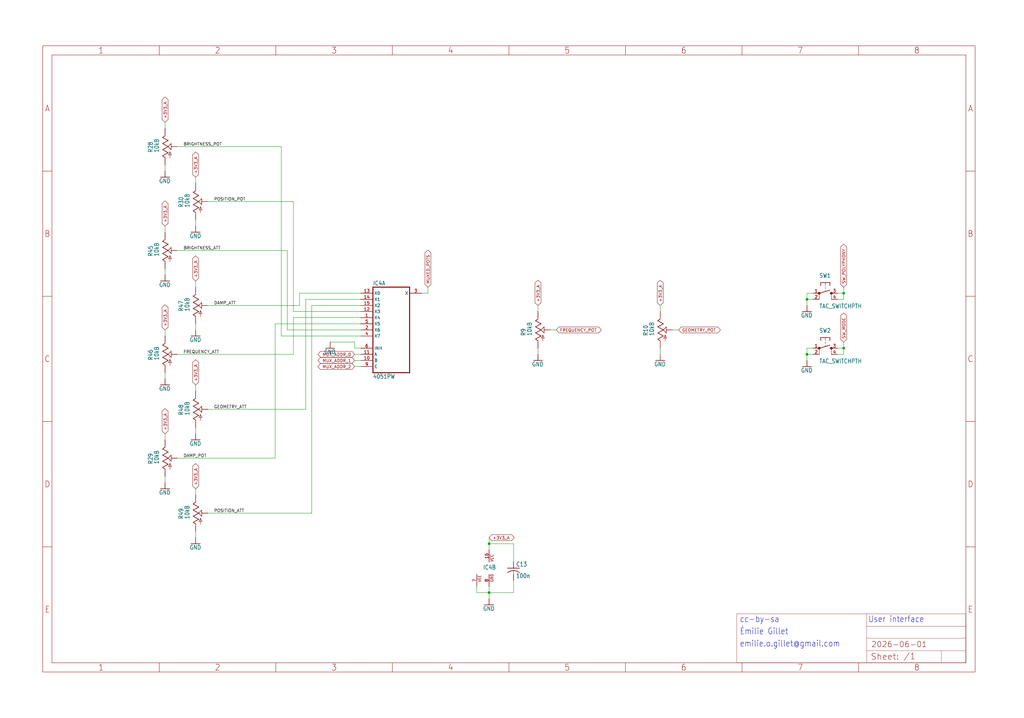
<source format=kicad_sch>
(kicad_sch
	(version 20231120)
	(generator "eeschema")
	(generator_version "8.0")
	(uuid "8e6d45ae-441c-49ea-a25c-a7119d108969")
	(paper "User" 425.45 298.602)
	(lib_symbols
		(symbol "4URings-eagle-import:4051PW"
			(exclude_from_sim no)
			(in_bom yes)
			(on_board yes)
			(property "Reference" "IC"
				(at -2.54 -0.635 0)
				(effects
					(font
						(size 1.778 1.5113)
					)
					(justify left bottom)
				)
			)
			(property "Value" ""
				(at -7.62 -20.32 0)
				(effects
					(font
						(size 1.778 1.5113)
					)
					(justify left bottom)
					(hide yes)
				)
			)
			(property "Footprint" "4URings:TSSOP16"
				(at 0 0 0)
				(effects
					(font
						(size 1.27 1.27)
					)
					(hide yes)
				)
			)
			(property "Datasheet" ""
				(at 0 0 0)
				(effects
					(font
						(size 1.27 1.27)
					)
					(hide yes)
				)
			)
			(property "Description" "8-channel ANALOG MULTIPLEXER"
				(at 0 0 0)
				(effects
					(font
						(size 1.27 1.27)
					)
					(hide yes)
				)
			)
			(property "ki_locked" ""
				(at 0 0 0)
				(effects
					(font
						(size 1.27 1.27)
					)
				)
			)
			(symbol "4051PW_1_0"
				(polyline
					(pts
						(xy -7.62 -17.78) (xy 7.62 -17.78)
					)
					(stroke
						(width 0.4064)
						(type solid)
					)
					(fill
						(type none)
					)
				)
				(polyline
					(pts
						(xy -7.62 17.78) (xy -7.62 -17.78)
					)
					(stroke
						(width 0.4064)
						(type solid)
					)
					(fill
						(type none)
					)
				)
				(polyline
					(pts
						(xy 7.62 -17.78) (xy 7.62 17.78)
					)
					(stroke
						(width 0.4064)
						(type solid)
					)
					(fill
						(type none)
					)
				)
				(polyline
					(pts
						(xy 7.62 17.78) (xy -7.62 17.78)
					)
					(stroke
						(width 0.4064)
						(type solid)
					)
					(fill
						(type none)
					)
				)
				(pin bidirectional line
					(at -12.7 5.08 0)
					(length 5.08)
					(name "X4"
						(effects
							(font
								(size 1.27 1.27)
							)
						)
					)
					(number "1"
						(effects
							(font
								(size 1.27 1.27)
							)
						)
					)
				)
				(pin input line
					(at -12.7 -12.7 0)
					(length 5.08)
					(name "B"
						(effects
							(font
								(size 1.27 1.27)
							)
						)
					)
					(number "10"
						(effects
							(font
								(size 1.27 1.27)
							)
						)
					)
				)
				(pin input line
					(at -12.7 -10.16 0)
					(length 5.08)
					(name "A"
						(effects
							(font
								(size 1.27 1.27)
							)
						)
					)
					(number "11"
						(effects
							(font
								(size 1.27 1.27)
							)
						)
					)
				)
				(pin bidirectional line
					(at -12.7 7.62 0)
					(length 5.08)
					(name "X3"
						(effects
							(font
								(size 1.27 1.27)
							)
						)
					)
					(number "12"
						(effects
							(font
								(size 1.27 1.27)
							)
						)
					)
				)
				(pin bidirectional line
					(at -12.7 15.24 0)
					(length 5.08)
					(name "X0"
						(effects
							(font
								(size 1.27 1.27)
							)
						)
					)
					(number "13"
						(effects
							(font
								(size 1.27 1.27)
							)
						)
					)
				)
				(pin bidirectional line
					(at -12.7 12.7 0)
					(length 5.08)
					(name "X1"
						(effects
							(font
								(size 1.27 1.27)
							)
						)
					)
					(number "14"
						(effects
							(font
								(size 1.27 1.27)
							)
						)
					)
				)
				(pin bidirectional line
					(at -12.7 10.16 0)
					(length 5.08)
					(name "X2"
						(effects
							(font
								(size 1.27 1.27)
							)
						)
					)
					(number "15"
						(effects
							(font
								(size 1.27 1.27)
							)
						)
					)
				)
				(pin bidirectional line
					(at -12.7 0 0)
					(length 5.08)
					(name "X6"
						(effects
							(font
								(size 1.27 1.27)
							)
						)
					)
					(number "2"
						(effects
							(font
								(size 1.27 1.27)
							)
						)
					)
				)
				(pin bidirectional line
					(at 12.7 15.24 180)
					(length 5.08)
					(name "X"
						(effects
							(font
								(size 1.27 1.27)
							)
						)
					)
					(number "3"
						(effects
							(font
								(size 1.27 1.27)
							)
						)
					)
				)
				(pin bidirectional line
					(at -12.7 -2.54 0)
					(length 5.08)
					(name "X7"
						(effects
							(font
								(size 1.27 1.27)
							)
						)
					)
					(number "4"
						(effects
							(font
								(size 1.27 1.27)
							)
						)
					)
				)
				(pin bidirectional line
					(at -12.7 2.54 0)
					(length 5.08)
					(name "X5"
						(effects
							(font
								(size 1.27 1.27)
							)
						)
					)
					(number "5"
						(effects
							(font
								(size 1.27 1.27)
							)
						)
					)
				)
				(pin input line
					(at -12.7 -7.62 0)
					(length 5.08)
					(name "INH"
						(effects
							(font
								(size 1.27 1.27)
							)
						)
					)
					(number "6"
						(effects
							(font
								(size 1.27 1.27)
							)
						)
					)
				)
				(pin input line
					(at -12.7 -15.24 0)
					(length 5.08)
					(name "C"
						(effects
							(font
								(size 1.27 1.27)
							)
						)
					)
					(number "9"
						(effects
							(font
								(size 1.27 1.27)
							)
						)
					)
				)
			)
			(symbol "4051PW_2_0"
				(text "GND"
					(at 1.905 -5.842 900)
					(effects
						(font
							(size 1.27 1.0795)
						)
						(justify left bottom)
					)
				)
				(text "VCC"
					(at 1.905 2.54 900)
					(effects
						(font
							(size 1.27 1.0795)
						)
						(justify left bottom)
					)
				)
				(text "VEE"
					(at -3.175 -5.842 900)
					(effects
						(font
							(size 1.27 1.0795)
						)
						(justify left bottom)
					)
				)
				(pin power_in line
					(at 0 7.62 270)
					(length 5.08)
					(name "VCC"
						(effects
							(font
								(size 0 0)
							)
						)
					)
					(number "16"
						(effects
							(font
								(size 1.27 1.27)
							)
						)
					)
				)
				(pin power_in line
					(at -5.08 -7.62 90)
					(length 5.08)
					(name "VEE"
						(effects
							(font
								(size 0 0)
							)
						)
					)
					(number "7"
						(effects
							(font
								(size 1.27 1.27)
							)
						)
					)
				)
				(pin power_in line
					(at 0 -7.62 90)
					(length 5.08)
					(name "GND"
						(effects
							(font
								(size 0 0)
							)
						)
					)
					(number "8"
						(effects
							(font
								(size 1.27 1.27)
							)
						)
					)
				)
			)
		)
		(symbol "4URings-eagle-import:A3L-LOC"
			(exclude_from_sim no)
			(in_bom yes)
			(on_board yes)
			(property "Reference" "#FRAME"
				(at 0 0 0)
				(effects
					(font
						(size 1.27 1.27)
					)
					(hide yes)
				)
			)
			(property "Value" ""
				(at 0 0 0)
				(effects
					(font
						(size 1.27 1.27)
					)
					(hide yes)
				)
			)
			(property "Footprint" ""
				(at 0 0 0)
				(effects
					(font
						(size 1.27 1.27)
					)
					(hide yes)
				)
			)
			(property "Datasheet" ""
				(at 0 0 0)
				(effects
					(font
						(size 1.27 1.27)
					)
					(hide yes)
				)
			)
			(property "Description" "FRAME\n\nDIN A3, landscape with location and doc. field"
				(at 0 0 0)
				(effects
					(font
						(size 1.27 1.27)
					)
					(hide yes)
				)
			)
			(property "ki_locked" ""
				(at 0 0 0)
				(effects
					(font
						(size 1.27 1.27)
					)
				)
			)
			(symbol "A3L-LOC_1_0"
				(polyline
					(pts
						(xy 0 52.07) (xy 3.81 52.07)
					)
					(stroke
						(width 0)
						(type default)
					)
					(fill
						(type none)
					)
				)
				(polyline
					(pts
						(xy 0 104.14) (xy 3.81 104.14)
					)
					(stroke
						(width 0)
						(type default)
					)
					(fill
						(type none)
					)
				)
				(polyline
					(pts
						(xy 0 156.21) (xy 3.81 156.21)
					)
					(stroke
						(width 0)
						(type default)
					)
					(fill
						(type none)
					)
				)
				(polyline
					(pts
						(xy 0 208.28) (xy 3.81 208.28)
					)
					(stroke
						(width 0)
						(type default)
					)
					(fill
						(type none)
					)
				)
				(polyline
					(pts
						(xy 3.81 3.81) (xy 3.81 256.54)
					)
					(stroke
						(width 0)
						(type default)
					)
					(fill
						(type none)
					)
				)
				(polyline
					(pts
						(xy 48.4188 0) (xy 48.4188 3.81)
					)
					(stroke
						(width 0)
						(type default)
					)
					(fill
						(type none)
					)
				)
				(polyline
					(pts
						(xy 48.4188 256.54) (xy 48.4188 260.35)
					)
					(stroke
						(width 0)
						(type default)
					)
					(fill
						(type none)
					)
				)
				(polyline
					(pts
						(xy 96.8375 0) (xy 96.8375 3.81)
					)
					(stroke
						(width 0)
						(type default)
					)
					(fill
						(type none)
					)
				)
				(polyline
					(pts
						(xy 96.8375 256.54) (xy 96.8375 260.35)
					)
					(stroke
						(width 0)
						(type default)
					)
					(fill
						(type none)
					)
				)
				(polyline
					(pts
						(xy 145.2563 0) (xy 145.2563 3.81)
					)
					(stroke
						(width 0)
						(type default)
					)
					(fill
						(type none)
					)
				)
				(polyline
					(pts
						(xy 145.2563 256.54) (xy 145.2563 260.35)
					)
					(stroke
						(width 0)
						(type default)
					)
					(fill
						(type none)
					)
				)
				(polyline
					(pts
						(xy 193.675 0) (xy 193.675 3.81)
					)
					(stroke
						(width 0)
						(type default)
					)
					(fill
						(type none)
					)
				)
				(polyline
					(pts
						(xy 193.675 256.54) (xy 193.675 260.35)
					)
					(stroke
						(width 0)
						(type default)
					)
					(fill
						(type none)
					)
				)
				(polyline
					(pts
						(xy 242.0938 0) (xy 242.0938 3.81)
					)
					(stroke
						(width 0)
						(type default)
					)
					(fill
						(type none)
					)
				)
				(polyline
					(pts
						(xy 242.0938 256.54) (xy 242.0938 260.35)
					)
					(stroke
						(width 0)
						(type default)
					)
					(fill
						(type none)
					)
				)
				(polyline
					(pts
						(xy 288.29 3.81) (xy 288.29 24.13)
					)
					(stroke
						(width 0.1016)
						(type solid)
					)
					(fill
						(type none)
					)
				)
				(polyline
					(pts
						(xy 288.29 3.81) (xy 342.265 3.81)
					)
					(stroke
						(width 0.1016)
						(type solid)
					)
					(fill
						(type none)
					)
				)
				(polyline
					(pts
						(xy 288.29 24.13) (xy 342.265 24.13)
					)
					(stroke
						(width 0.1016)
						(type solid)
					)
					(fill
						(type none)
					)
				)
				(polyline
					(pts
						(xy 290.5125 0) (xy 290.5125 3.81)
					)
					(stroke
						(width 0)
						(type default)
					)
					(fill
						(type none)
					)
				)
				(polyline
					(pts
						(xy 290.5125 256.54) (xy 290.5125 260.35)
					)
					(stroke
						(width 0)
						(type default)
					)
					(fill
						(type none)
					)
				)
				(polyline
					(pts
						(xy 338.9313 0) (xy 338.9313 3.81)
					)
					(stroke
						(width 0)
						(type default)
					)
					(fill
						(type none)
					)
				)
				(polyline
					(pts
						(xy 338.9313 256.54) (xy 338.9313 260.35)
					)
					(stroke
						(width 0)
						(type default)
					)
					(fill
						(type none)
					)
				)
				(polyline
					(pts
						(xy 342.265 3.81) (xy 373.38 3.81)
					)
					(stroke
						(width 0.1016)
						(type solid)
					)
					(fill
						(type none)
					)
				)
				(polyline
					(pts
						(xy 342.265 8.89) (xy 342.265 3.81)
					)
					(stroke
						(width 0.1016)
						(type solid)
					)
					(fill
						(type none)
					)
				)
				(polyline
					(pts
						(xy 342.265 8.89) (xy 342.265 13.97)
					)
					(stroke
						(width 0.1016)
						(type solid)
					)
					(fill
						(type none)
					)
				)
				(polyline
					(pts
						(xy 342.265 13.97) (xy 342.265 19.05)
					)
					(stroke
						(width 0.1016)
						(type solid)
					)
					(fill
						(type none)
					)
				)
				(polyline
					(pts
						(xy 342.265 13.97) (xy 383.54 13.97)
					)
					(stroke
						(width 0.1016)
						(type solid)
					)
					(fill
						(type none)
					)
				)
				(polyline
					(pts
						(xy 342.265 19.05) (xy 342.265 24.13)
					)
					(stroke
						(width 0.1016)
						(type solid)
					)
					(fill
						(type none)
					)
				)
				(polyline
					(pts
						(xy 342.265 19.05) (xy 383.54 19.05)
					)
					(stroke
						(width 0.1016)
						(type solid)
					)
					(fill
						(type none)
					)
				)
				(polyline
					(pts
						(xy 342.265 24.13) (xy 383.54 24.13)
					)
					(stroke
						(width 0.1016)
						(type solid)
					)
					(fill
						(type none)
					)
				)
				(polyline
					(pts
						(xy 373.38 3.81) (xy 373.38 8.89)
					)
					(stroke
						(width 0.1016)
						(type solid)
					)
					(fill
						(type none)
					)
				)
				(polyline
					(pts
						(xy 373.38 3.81) (xy 383.54 3.81)
					)
					(stroke
						(width 0.1016)
						(type solid)
					)
					(fill
						(type none)
					)
				)
				(polyline
					(pts
						(xy 373.38 8.89) (xy 342.265 8.89)
					)
					(stroke
						(width 0.1016)
						(type solid)
					)
					(fill
						(type none)
					)
				)
				(polyline
					(pts
						(xy 373.38 8.89) (xy 383.54 8.89)
					)
					(stroke
						(width 0.1016)
						(type solid)
					)
					(fill
						(type none)
					)
				)
				(polyline
					(pts
						(xy 383.54 3.81) (xy 3.81 3.81)
					)
					(stroke
						(width 0)
						(type default)
					)
					(fill
						(type none)
					)
				)
				(polyline
					(pts
						(xy 383.54 3.81) (xy 383.54 8.89)
					)
					(stroke
						(width 0.1016)
						(type solid)
					)
					(fill
						(type none)
					)
				)
				(polyline
					(pts
						(xy 383.54 3.81) (xy 383.54 256.54)
					)
					(stroke
						(width 0)
						(type default)
					)
					(fill
						(type none)
					)
				)
				(polyline
					(pts
						(xy 383.54 8.89) (xy 383.54 13.97)
					)
					(stroke
						(width 0.1016)
						(type solid)
					)
					(fill
						(type none)
					)
				)
				(polyline
					(pts
						(xy 383.54 13.97) (xy 383.54 19.05)
					)
					(stroke
						(width 0.1016)
						(type solid)
					)
					(fill
						(type none)
					)
				)
				(polyline
					(pts
						(xy 383.54 19.05) (xy 383.54 24.13)
					)
					(stroke
						(width 0.1016)
						(type solid)
					)
					(fill
						(type none)
					)
				)
				(polyline
					(pts
						(xy 383.54 52.07) (xy 387.35 52.07)
					)
					(stroke
						(width 0)
						(type default)
					)
					(fill
						(type none)
					)
				)
				(polyline
					(pts
						(xy 383.54 104.14) (xy 387.35 104.14)
					)
					(stroke
						(width 0)
						(type default)
					)
					(fill
						(type none)
					)
				)
				(polyline
					(pts
						(xy 383.54 156.21) (xy 387.35 156.21)
					)
					(stroke
						(width 0)
						(type default)
					)
					(fill
						(type none)
					)
				)
				(polyline
					(pts
						(xy 383.54 208.28) (xy 387.35 208.28)
					)
					(stroke
						(width 0)
						(type default)
					)
					(fill
						(type none)
					)
				)
				(polyline
					(pts
						(xy 383.54 256.54) (xy 3.81 256.54)
					)
					(stroke
						(width 0)
						(type default)
					)
					(fill
						(type none)
					)
				)
				(polyline
					(pts
						(xy 0 0) (xy 387.35 0) (xy 387.35 260.35) (xy 0 260.35) (xy 0 0)
					)
					(stroke
						(width 0)
						(type default)
					)
					(fill
						(type none)
					)
				)
				(text "${#}/${##}"
					(at 357.505 5.08 0)
					(effects
						(font
							(size 2.54 2.54)
						)
						(justify left bottom)
					)
				)
				(text "${CURRENT_DATE}"
					(at 344.17 10.16 0)
					(effects
						(font
							(size 2.286 2.286)
						)
						(justify left bottom)
					)
				)
				(text "${PROJECTNAME}"
					(at 344.17 15.24 0)
					(effects
						(font
							(size 2.54 2.54)
						)
						(justify left bottom)
					)
				)
				(text "1"
					(at 24.2094 1.905 0)
					(effects
						(font
							(size 2.54 2.286)
						)
					)
				)
				(text "1"
					(at 24.2094 258.445 0)
					(effects
						(font
							(size 2.54 2.286)
						)
					)
				)
				(text "2"
					(at 72.6281 1.905 0)
					(effects
						(font
							(size 2.54 2.286)
						)
					)
				)
				(text "2"
					(at 72.6281 258.445 0)
					(effects
						(font
							(size 2.54 2.286)
						)
					)
				)
				(text "3"
					(at 121.0469 1.905 0)
					(effects
						(font
							(size 2.54 2.286)
						)
					)
				)
				(text "3"
					(at 121.0469 258.445 0)
					(effects
						(font
							(size 2.54 2.286)
						)
					)
				)
				(text "4"
					(at 169.4656 1.905 0)
					(effects
						(font
							(size 2.54 2.286)
						)
					)
				)
				(text "4"
					(at 169.4656 258.445 0)
					(effects
						(font
							(size 2.54 2.286)
						)
					)
				)
				(text "5"
					(at 217.8844 1.905 0)
					(effects
						(font
							(size 2.54 2.286)
						)
					)
				)
				(text "5"
					(at 217.8844 258.445 0)
					(effects
						(font
							(size 2.54 2.286)
						)
					)
				)
				(text "6"
					(at 266.3031 1.905 0)
					(effects
						(font
							(size 2.54 2.286)
						)
					)
				)
				(text "6"
					(at 266.3031 258.445 0)
					(effects
						(font
							(size 2.54 2.286)
						)
					)
				)
				(text "7"
					(at 314.7219 1.905 0)
					(effects
						(font
							(size 2.54 2.286)
						)
					)
				)
				(text "7"
					(at 314.7219 258.445 0)
					(effects
						(font
							(size 2.54 2.286)
						)
					)
				)
				(text "8"
					(at 363.1406 1.905 0)
					(effects
						(font
							(size 2.54 2.286)
						)
					)
				)
				(text "8"
					(at 363.1406 258.445 0)
					(effects
						(font
							(size 2.54 2.286)
						)
					)
				)
				(text "A"
					(at 1.905 234.315 0)
					(effects
						(font
							(size 2.54 2.286)
						)
					)
				)
				(text "A"
					(at 385.445 234.315 0)
					(effects
						(font
							(size 2.54 2.286)
						)
					)
				)
				(text "B"
					(at 1.905 182.245 0)
					(effects
						(font
							(size 2.54 2.286)
						)
					)
				)
				(text "B"
					(at 385.445 182.245 0)
					(effects
						(font
							(size 2.54 2.286)
						)
					)
				)
				(text "C"
					(at 1.905 130.175 0)
					(effects
						(font
							(size 2.54 2.286)
						)
					)
				)
				(text "C"
					(at 385.445 130.175 0)
					(effects
						(font
							(size 2.54 2.286)
						)
					)
				)
				(text "D"
					(at 1.905 78.105 0)
					(effects
						(font
							(size 2.54 2.286)
						)
					)
				)
				(text "D"
					(at 385.445 78.105 0)
					(effects
						(font
							(size 2.54 2.286)
						)
					)
				)
				(text "E"
					(at 1.905 26.035 0)
					(effects
						(font
							(size 2.54 2.286)
						)
					)
				)
				(text "E"
					(at 385.445 26.035 0)
					(effects
						(font
							(size 2.54 2.286)
						)
					)
				)
				(text "Sheet:"
					(at 343.916 4.953 0)
					(effects
						(font
							(size 2.54 2.54)
						)
						(justify left bottom)
					)
				)
			)
		)
		(symbol "4URings-eagle-import:C-USC0603"
			(exclude_from_sim no)
			(in_bom yes)
			(on_board yes)
			(property "Reference" "C"
				(at 1.016 0.635 0)
				(effects
					(font
						(size 1.778 1.5113)
					)
					(justify left bottom)
				)
			)
			(property "Value" ""
				(at 1.016 -4.191 0)
				(effects
					(font
						(size 1.778 1.5113)
					)
					(justify left bottom)
				)
			)
			(property "Footprint" "4URings:C0603"
				(at 0 0 0)
				(effects
					(font
						(size 1.27 1.27)
					)
					(hide yes)
				)
			)
			(property "Datasheet" ""
				(at 0 0 0)
				(effects
					(font
						(size 1.27 1.27)
					)
					(hide yes)
				)
			)
			(property "Description" "CAPACITOR, American symbol"
				(at 0 0 0)
				(effects
					(font
						(size 1.27 1.27)
					)
					(hide yes)
				)
			)
			(property "ki_locked" ""
				(at 0 0 0)
				(effects
					(font
						(size 1.27 1.27)
					)
				)
			)
			(symbol "C-USC0603_1_0"
				(arc
					(start 0 -1.0161)
					(mid -1.302 -1.2303)
					(end -2.4668 -1.8504)
					(stroke
						(width 0.254)
						(type solid)
					)
					(fill
						(type none)
					)
				)
				(polyline
					(pts
						(xy -2.54 0) (xy 2.54 0)
					)
					(stroke
						(width 0.254)
						(type solid)
					)
					(fill
						(type none)
					)
				)
				(polyline
					(pts
						(xy 0 -1.016) (xy 0 -2.54)
					)
					(stroke
						(width 0.1524)
						(type solid)
					)
					(fill
						(type none)
					)
				)
				(arc
					(start 2.4892 -1.8541)
					(mid 1.3158 -1.2194)
					(end 0 -1)
					(stroke
						(width 0.254)
						(type solid)
					)
					(fill
						(type none)
					)
				)
				(pin passive line
					(at 0 2.54 270)
					(length 2.54)
					(name "1"
						(effects
							(font
								(size 0 0)
							)
						)
					)
					(number "1"
						(effects
							(font
								(size 0 0)
							)
						)
					)
				)
				(pin passive line
					(at 0 -5.08 90)
					(length 2.54)
					(name "2"
						(effects
							(font
								(size 0 0)
							)
						)
					)
					(number "2"
						(effects
							(font
								(size 0 0)
							)
						)
					)
				)
			)
		)
		(symbol "4URings-eagle-import:GND"
			(power)
			(exclude_from_sim no)
			(in_bom yes)
			(on_board yes)
			(property "Reference" "#GND"
				(at 0 0 0)
				(effects
					(font
						(size 1.27 1.27)
					)
					(hide yes)
				)
			)
			(property "Value" ""
				(at -2.54 -2.54 0)
				(effects
					(font
						(size 1.778 1.5113)
					)
					(justify left bottom)
				)
			)
			(property "Footprint" ""
				(at 0 0 0)
				(effects
					(font
						(size 1.27 1.27)
					)
					(hide yes)
				)
			)
			(property "Datasheet" ""
				(at 0 0 0)
				(effects
					(font
						(size 1.27 1.27)
					)
					(hide yes)
				)
			)
			(property "Description" "SUPPLY SYMBOL"
				(at 0 0 0)
				(effects
					(font
						(size 1.27 1.27)
					)
					(hide yes)
				)
			)
			(property "ki_locked" ""
				(at 0 0 0)
				(effects
					(font
						(size 1.27 1.27)
					)
				)
			)
			(symbol "GND_1_0"
				(polyline
					(pts
						(xy -1.905 0) (xy 1.905 0)
					)
					(stroke
						(width 0.254)
						(type solid)
					)
					(fill
						(type none)
					)
				)
				(pin power_in line
					(at 0 2.54 270)
					(length 2.54)
					(name "GND"
						(effects
							(font
								(size 0 0)
							)
						)
					)
					(number "1"
						(effects
							(font
								(size 0 0)
							)
						)
					)
				)
			)
		)
		(symbol "4URings-eagle-import:POT_USVERTICAL"
			(exclude_from_sim no)
			(in_bom yes)
			(on_board yes)
			(property "Reference" "R"
				(at -5.08 -2.54 90)
				(effects
					(font
						(size 1.778 1.5113)
					)
					(justify left bottom)
				)
			)
			(property "Value" ""
				(at -2.54 -2.54 90)
				(effects
					(font
						(size 1.778 1.5113)
					)
					(justify left bottom)
				)
			)
			(property "Footprint" "4URings:ALPS_POT_VERTICAL"
				(at 0 0 0)
				(effects
					(font
						(size 1.27 1.27)
					)
					(hide yes)
				)
			)
			(property "Datasheet" ""
				(at 0 0 0)
				(effects
					(font
						(size 1.27 1.27)
					)
					(hide yes)
				)
			)
			(property "Description" ""
				(at 0 0 0)
				(effects
					(font
						(size 1.27 1.27)
					)
					(hide yes)
				)
			)
			(property "ki_locked" ""
				(at 0 0 0)
				(effects
					(font
						(size 1.27 1.27)
					)
				)
			)
			(symbol "POT_USVERTICAL_1_0"
				(polyline
					(pts
						(xy -1.016 -3.81) (xy 1.27 -2.54)
					)
					(stroke
						(width 0.254)
						(type solid)
					)
					(fill
						(type none)
					)
				)
				(polyline
					(pts
						(xy -1.016 -1.27) (xy 1.27 0)
					)
					(stroke
						(width 0.254)
						(type solid)
					)
					(fill
						(type none)
					)
				)
				(polyline
					(pts
						(xy -1.016 1.27) (xy 1.27 2.54)
					)
					(stroke
						(width 0.254)
						(type solid)
					)
					(fill
						(type none)
					)
				)
				(polyline
					(pts
						(xy -1.016 3.81) (xy 0 4.572)
					)
					(stroke
						(width 0.254)
						(type solid)
					)
					(fill
						(type none)
					)
				)
				(polyline
					(pts
						(xy 0 -5.08) (xy 0 -4.572)
					)
					(stroke
						(width 0.1524)
						(type solid)
					)
					(fill
						(type none)
					)
				)
				(polyline
					(pts
						(xy 0 -4.572) (xy -1.016 -3.81)
					)
					(stroke
						(width 0.254)
						(type solid)
					)
					(fill
						(type none)
					)
				)
				(polyline
					(pts
						(xy 0 4.572) (xy 0 5.08)
					)
					(stroke
						(width 0.1524)
						(type solid)
					)
					(fill
						(type none)
					)
				)
				(polyline
					(pts
						(xy 1.27 -2.54) (xy -1.016 -1.27)
					)
					(stroke
						(width 0.254)
						(type solid)
					)
					(fill
						(type none)
					)
				)
				(polyline
					(pts
						(xy 1.27 0) (xy -1.016 1.27)
					)
					(stroke
						(width 0.254)
						(type solid)
					)
					(fill
						(type none)
					)
				)
				(polyline
					(pts
						(xy 1.27 0) (xy 2.54 1.27)
					)
					(stroke
						(width 0.2032)
						(type solid)
					)
					(fill
						(type none)
					)
				)
				(polyline
					(pts
						(xy 1.27 2.54) (xy -1.016 3.81)
					)
					(stroke
						(width 0.254)
						(type solid)
					)
					(fill
						(type none)
					)
				)
				(polyline
					(pts
						(xy 1.397 -3.429) (xy 2.032 -2.159)
					)
					(stroke
						(width 0.1524)
						(type solid)
					)
					(fill
						(type none)
					)
				)
				(polyline
					(pts
						(xy 2.032 -4.699) (xy 2.032 -2.159)
					)
					(stroke
						(width 0.1524)
						(type solid)
					)
					(fill
						(type none)
					)
				)
				(polyline
					(pts
						(xy 2.032 -2.159) (xy 2.667 -3.429)
					)
					(stroke
						(width 0.1524)
						(type solid)
					)
					(fill
						(type none)
					)
				)
				(polyline
					(pts
						(xy 2.54 -1.27) (xy 1.27 0)
					)
					(stroke
						(width 0.2032)
						(type solid)
					)
					(fill
						(type none)
					)
				)
				(polyline
					(pts
						(xy 2.54 1.27) (xy 2.54 -1.27)
					)
					(stroke
						(width 0.2032)
						(type solid)
					)
					(fill
						(type none)
					)
				)
				(polyline
					(pts
						(xy 2.667 -3.429) (xy 1.397 -3.429)
					)
					(stroke
						(width 0.1524)
						(type solid)
					)
					(fill
						(type none)
					)
				)
				(pin passive line
					(at 0 7.62 270)
					(length 2.54)
					(name "E"
						(effects
							(font
								(size 0 0)
							)
						)
					)
					(number "P$1"
						(effects
							(font
								(size 0 0)
							)
						)
					)
				)
				(pin passive line
					(at 5.08 0 180)
					(length 2.54)
					(name "S"
						(effects
							(font
								(size 0 0)
							)
						)
					)
					(number "P$2"
						(effects
							(font
								(size 0 0)
							)
						)
					)
				)
				(pin passive line
					(at 0 -7.62 90)
					(length 2.54)
					(name "A"
						(effects
							(font
								(size 0 0)
							)
						)
					)
					(number "P$3"
						(effects
							(font
								(size 0 0)
							)
						)
					)
				)
			)
		)
		(symbol "4URings-eagle-import:POT_USVERTICAL_PS"
			(exclude_from_sim no)
			(in_bom yes)
			(on_board yes)
			(property "Reference" "R"
				(at -5.08 -2.54 90)
				(effects
					(font
						(size 1.778 1.5113)
					)
					(justify left bottom)
				)
			)
			(property "Value" ""
				(at -2.54 -2.54 90)
				(effects
					(font
						(size 1.778 1.5113)
					)
					(justify left bottom)
				)
			)
			(property "Footprint" "4URings:ALPS_POT_VERTICAL_PS"
				(at 0 0 0)
				(effects
					(font
						(size 1.27 1.27)
					)
					(hide yes)
				)
			)
			(property "Datasheet" ""
				(at 0 0 0)
				(effects
					(font
						(size 1.27 1.27)
					)
					(hide yes)
				)
			)
			(property "Description" ""
				(at 0 0 0)
				(effects
					(font
						(size 1.27 1.27)
					)
					(hide yes)
				)
			)
			(property "ki_locked" ""
				(at 0 0 0)
				(effects
					(font
						(size 1.27 1.27)
					)
				)
			)
			(symbol "POT_USVERTICAL_PS_1_0"
				(polyline
					(pts
						(xy -1.016 -3.81) (xy 1.27 -2.54)
					)
					(stroke
						(width 0.254)
						(type solid)
					)
					(fill
						(type none)
					)
				)
				(polyline
					(pts
						(xy -1.016 -1.27) (xy 1.27 0)
					)
					(stroke
						(width 0.254)
						(type solid)
					)
					(fill
						(type none)
					)
				)
				(polyline
					(pts
						(xy -1.016 1.27) (xy 1.27 2.54)
					)
					(stroke
						(width 0.254)
						(type solid)
					)
					(fill
						(type none)
					)
				)
				(polyline
					(pts
						(xy -1.016 3.81) (xy 0 4.572)
					)
					(stroke
						(width 0.254)
						(type solid)
					)
					(fill
						(type none)
					)
				)
				(polyline
					(pts
						(xy 0 -5.08) (xy 0 -4.572)
					)
					(stroke
						(width 0.1524)
						(type solid)
					)
					(fill
						(type none)
					)
				)
				(polyline
					(pts
						(xy 0 -4.572) (xy -1.016 -3.81)
					)
					(stroke
						(width 0.254)
						(type solid)
					)
					(fill
						(type none)
					)
				)
				(polyline
					(pts
						(xy 0 4.572) (xy 0 5.08)
					)
					(stroke
						(width 0.1524)
						(type solid)
					)
					(fill
						(type none)
					)
				)
				(polyline
					(pts
						(xy 1.27 -2.54) (xy -1.016 -1.27)
					)
					(stroke
						(width 0.254)
						(type solid)
					)
					(fill
						(type none)
					)
				)
				(polyline
					(pts
						(xy 1.27 0) (xy -1.016 1.27)
					)
					(stroke
						(width 0.254)
						(type solid)
					)
					(fill
						(type none)
					)
				)
				(polyline
					(pts
						(xy 1.27 0) (xy 2.54 1.27)
					)
					(stroke
						(width 0.2032)
						(type solid)
					)
					(fill
						(type none)
					)
				)
				(polyline
					(pts
						(xy 1.27 2.54) (xy -1.016 3.81)
					)
					(stroke
						(width 0.254)
						(type solid)
					)
					(fill
						(type none)
					)
				)
				(polyline
					(pts
						(xy 1.397 -3.429) (xy 2.032 -2.159)
					)
					(stroke
						(width 0.1524)
						(type solid)
					)
					(fill
						(type none)
					)
				)
				(polyline
					(pts
						(xy 2.032 -4.699) (xy 2.032 -2.159)
					)
					(stroke
						(width 0.1524)
						(type solid)
					)
					(fill
						(type none)
					)
				)
				(polyline
					(pts
						(xy 2.032 -2.159) (xy 2.667 -3.429)
					)
					(stroke
						(width 0.1524)
						(type solid)
					)
					(fill
						(type none)
					)
				)
				(polyline
					(pts
						(xy 2.54 -1.27) (xy 1.27 0)
					)
					(stroke
						(width 0.2032)
						(type solid)
					)
					(fill
						(type none)
					)
				)
				(polyline
					(pts
						(xy 2.54 1.27) (xy 2.54 -1.27)
					)
					(stroke
						(width 0.2032)
						(type solid)
					)
					(fill
						(type none)
					)
				)
				(polyline
					(pts
						(xy 2.667 -3.429) (xy 1.397 -3.429)
					)
					(stroke
						(width 0.1524)
						(type solid)
					)
					(fill
						(type none)
					)
				)
				(pin passive line
					(at 0 7.62 270)
					(length 2.54)
					(name "E"
						(effects
							(font
								(size 0 0)
							)
						)
					)
					(number "P$1"
						(effects
							(font
								(size 0 0)
							)
						)
					)
				)
				(pin passive line
					(at 5.08 0 180)
					(length 2.54)
					(name "S"
						(effects
							(font
								(size 0 0)
							)
						)
					)
					(number "P$2"
						(effects
							(font
								(size 0 0)
							)
						)
					)
				)
				(pin passive line
					(at 0 -7.62 90)
					(length 2.54)
					(name "A"
						(effects
							(font
								(size 0 0)
							)
						)
					)
					(number "P$3"
						(effects
							(font
								(size 0 0)
							)
						)
					)
				)
			)
		)
		(symbol "4URings-eagle-import:TAC_SWITCHPTH"
			(exclude_from_sim no)
			(in_bom yes)
			(on_board yes)
			(property "Reference" "S"
				(at -2.54 6.35 0)
				(effects
					(font
						(size 1.778 1.5113)
					)
					(justify left bottom)
				)
			)
			(property "Value" ""
				(at -2.54 -6.35 0)
				(effects
					(font
						(size 1.778 1.5113)
					)
					(justify left bottom)
				)
			)
			(property "Footprint" "4URings:TACTILE-PTH"
				(at 0 0 0)
				(effects
					(font
						(size 1.27 1.27)
					)
					(hide yes)
				)
			)
			(property "Datasheet" ""
				(at 0 0 0)
				(effects
					(font
						(size 1.27 1.27)
					)
					(hide yes)
				)
			)
			(property "Description" "Momentary Switch Button commonly used for reset or general input. Spark Fun Electronics SKU : COM-00097"
				(at 0 0 0)
				(effects
					(font
						(size 1.27 1.27)
					)
					(hide yes)
				)
			)
			(property "ki_locked" ""
				(at 0 0 0)
				(effects
					(font
						(size 1.27 1.27)
					)
				)
			)
			(symbol "TAC_SWITCHPTH_1_0"
				(circle
					(center -2.54 0)
					(radius 0.127)
					(stroke
						(width 0.4064)
						(type solid)
					)
					(fill
						(type none)
					)
				)
				(polyline
					(pts
						(xy -2.54 -2.54) (xy -2.54 0)
					)
					(stroke
						(width 0.1524)
						(type solid)
					)
					(fill
						(type none)
					)
				)
				(polyline
					(pts
						(xy -2.54 0) (xy 1.905 1.27)
					)
					(stroke
						(width 0.254)
						(type solid)
					)
					(fill
						(type none)
					)
				)
				(polyline
					(pts
						(xy -1.905 4.445) (xy -1.905 3.175)
					)
					(stroke
						(width 0.254)
						(type solid)
					)
					(fill
						(type none)
					)
				)
				(polyline
					(pts
						(xy 0 1.27) (xy 0 0.635)
					)
					(stroke
						(width 0.1524)
						(type solid)
					)
					(fill
						(type none)
					)
				)
				(polyline
					(pts
						(xy 0 2.54) (xy 0 1.905)
					)
					(stroke
						(width 0.1524)
						(type solid)
					)
					(fill
						(type none)
					)
				)
				(polyline
					(pts
						(xy 0 4.445) (xy -1.905 4.445)
					)
					(stroke
						(width 0.254)
						(type solid)
					)
					(fill
						(type none)
					)
				)
				(polyline
					(pts
						(xy 0 4.445) (xy 0 3.175)
					)
					(stroke
						(width 0.1524)
						(type solid)
					)
					(fill
						(type none)
					)
				)
				(polyline
					(pts
						(xy 1.905 0) (xy 2.54 0)
					)
					(stroke
						(width 0.254)
						(type solid)
					)
					(fill
						(type none)
					)
				)
				(polyline
					(pts
						(xy 1.905 4.445) (xy 0 4.445)
					)
					(stroke
						(width 0.254)
						(type solid)
					)
					(fill
						(type none)
					)
				)
				(polyline
					(pts
						(xy 1.905 4.445) (xy 1.905 3.175)
					)
					(stroke
						(width 0.254)
						(type solid)
					)
					(fill
						(type none)
					)
				)
				(polyline
					(pts
						(xy 2.54 -2.54) (xy 2.54 0)
					)
					(stroke
						(width 0.1524)
						(type solid)
					)
					(fill
						(type none)
					)
				)
				(circle
					(center 2.54 0)
					(radius 0.127)
					(stroke
						(width 0.4064)
						(type solid)
					)
					(fill
						(type none)
					)
				)
				(pin passive line
					(at -5.08 0 0)
					(length 2.54)
					(name "1"
						(effects
							(font
								(size 0 0)
							)
						)
					)
					(number "1"
						(effects
							(font
								(size 1.27 1.27)
							)
						)
					)
				)
				(pin passive line
					(at -5.08 -2.54 0)
					(length 2.54)
					(name "2"
						(effects
							(font
								(size 0 0)
							)
						)
					)
					(number "2"
						(effects
							(font
								(size 1.27 1.27)
							)
						)
					)
				)
				(pin passive line
					(at 5.08 0 180)
					(length 2.54)
					(name "3"
						(effects
							(font
								(size 0 0)
							)
						)
					)
					(number "3"
						(effects
							(font
								(size 1.27 1.27)
							)
						)
					)
				)
				(pin passive line
					(at 5.08 -2.54 180)
					(length 2.54)
					(name "4"
						(effects
							(font
								(size 0 0)
							)
						)
					)
					(number "4"
						(effects
							(font
								(size 1.27 1.27)
							)
						)
					)
				)
			)
		)
	)
	(junction
		(at 335.28 147.32)
		(diameter 0)
		(color 0 0 0 0)
		(uuid "36e1eff0-dd60-4499-a8a6-1bc2e4354c06")
	)
	(junction
		(at 350.52 121.92)
		(diameter 0)
		(color 0 0 0 0)
		(uuid "460535be-9579-49bb-802f-7bf6b7a6c9ca")
	)
	(junction
		(at 335.28 124.46)
		(diameter 0)
		(color 0 0 0 0)
		(uuid "5487d8d6-5597-43ce-b13f-045aadcc4383")
	)
	(junction
		(at 203.2 246.38)
		(diameter 0)
		(color 0 0 0 0)
		(uuid "70b11487-1363-4aeb-b711-ffdc9a5225aa")
	)
	(junction
		(at 203.2 226.06)
		(diameter 0)
		(color 0 0 0 0)
		(uuid "b76d5469-6d39-4e2b-a647-2e4fc0a615b1")
	)
	(junction
		(at 350.52 144.78)
		(diameter 0)
		(color 0 0 0 0)
		(uuid "c172553d-6a34-4728-9be2-1e5b2d741017")
	)
	(wire
		(pts
			(xy 73.66 104.14) (xy 119.38 104.14)
		)
		(stroke
			(width 0.1524)
			(type solid)
		)
		(uuid "06887394-329b-462a-a915-65d1318ee7e4")
	)
	(wire
		(pts
			(xy 116.84 139.7) (xy 149.86 139.7)
		)
		(stroke
			(width 0.1524)
			(type solid)
		)
		(uuid "0c07ab3a-f82f-42eb-a7d1-a11e6d45b5c1")
	)
	(wire
		(pts
			(xy 129.54 213.36) (xy 129.54 127)
		)
		(stroke
			(width 0.1524)
			(type solid)
		)
		(uuid "0ea08a5e-c540-4142-a852-8a2fba337586")
	)
	(wire
		(pts
			(xy 129.54 127) (xy 149.86 127)
		)
		(stroke
			(width 0.1524)
			(type solid)
		)
		(uuid "15257bb2-0a04-4d28-ab79-e95136c2dc80")
	)
	(wire
		(pts
			(xy 114.3 134.62) (xy 149.86 134.62)
		)
		(stroke
			(width 0.1524)
			(type solid)
		)
		(uuid "16c2d757-e649-4d21-9fc6-dbe88be03b98")
	)
	(wire
		(pts
			(xy 68.58 96.52) (xy 68.58 93.98)
		)
		(stroke
			(width 0.1524)
			(type solid)
		)
		(uuid "19af9f00-3c07-4bd9-8e19-dc45c89ec4ec")
	)
	(wire
		(pts
			(xy 73.66 60.96) (xy 116.84 60.96)
		)
		(stroke
			(width 0.1524)
			(type solid)
		)
		(uuid "1c074246-b722-48aa-ae1a-09597e5ab680")
	)
	(wire
		(pts
			(xy 347.98 147.32) (xy 350.52 147.32)
		)
		(stroke
			(width 0.1524)
			(type solid)
		)
		(uuid "246ffe9e-e358-48e2-abca-9b0120e98d03")
	)
	(wire
		(pts
			(xy 337.82 147.32) (xy 335.28 147.32)
		)
		(stroke
			(width 0.1524)
			(type solid)
		)
		(uuid "24aa8cde-8700-49f3-aa33-ce14c5eb3bcb")
	)
	(wire
		(pts
			(xy 68.58 154.94) (xy 68.58 157.48)
		)
		(stroke
			(width 0.1524)
			(type solid)
		)
		(uuid "2579cc55-3f89-47fd-b545-976edae56612")
	)
	(wire
		(pts
			(xy 335.28 121.92) (xy 335.28 124.46)
		)
		(stroke
			(width 0.1524)
			(type solid)
		)
		(uuid "2a2e76f4-6805-4711-9c38-26c0c3227f76")
	)
	(wire
		(pts
			(xy 149.86 149.86) (xy 147.32 149.86)
		)
		(stroke
			(width 0.1524)
			(type solid)
		)
		(uuid "2e04fdf2-5206-46bc-8112-6d1efd8efc85")
	)
	(wire
		(pts
			(xy 213.36 226.06) (xy 213.36 233.68)
		)
		(stroke
			(width 0.1524)
			(type solid)
		)
		(uuid "3964a534-a420-4b61-9272-75b141f66675")
	)
	(wire
		(pts
			(xy 279.4 137.16) (xy 281.94 137.16)
		)
		(stroke
			(width 0.1524)
			(type solid)
		)
		(uuid "3e168fd7-9b9f-42e5-9d35-13df9b26e788")
	)
	(wire
		(pts
			(xy 68.58 53.34) (xy 68.58 50.8)
		)
		(stroke
			(width 0.1524)
			(type solid)
		)
		(uuid "42b3a904-37c2-4d7a-bdcc-d956c7bacd2d")
	)
	(wire
		(pts
			(xy 149.86 152.4) (xy 147.32 152.4)
		)
		(stroke
			(width 0.1524)
			(type solid)
		)
		(uuid "43b8ee12-90fa-4a29-89cf-388876a9cfb6")
	)
	(wire
		(pts
			(xy 335.28 147.32) (xy 335.28 149.86)
		)
		(stroke
			(width 0.1524)
			(type solid)
		)
		(uuid "4dcb8fa0-9f34-4a9f-a2fe-c8e0f06eca80")
	)
	(wire
		(pts
			(xy 68.58 182.88) (xy 68.58 180.34)
		)
		(stroke
			(width 0.1524)
			(type solid)
		)
		(uuid "5362ba21-974d-49f0-a6b8-3cae810e545e")
	)
	(wire
		(pts
			(xy 81.28 119.38) (xy 81.28 116.84)
		)
		(stroke
			(width 0.1524)
			(type solid)
		)
		(uuid "54956d55-5632-4d90-8628-b9fe5dea5a41")
	)
	(wire
		(pts
			(xy 121.92 129.54) (xy 149.86 129.54)
		)
		(stroke
			(width 0.1524)
			(type solid)
		)
		(uuid "554bb11a-2149-476b-abe6-0d52fa4ece94")
	)
	(wire
		(pts
			(xy 119.38 104.14) (xy 119.38 137.16)
		)
		(stroke
			(width 0.1524)
			(type solid)
		)
		(uuid "5c632f4b-9af6-4057-96af-669bbe350701")
	)
	(wire
		(pts
			(xy 337.82 144.78) (xy 335.28 144.78)
		)
		(stroke
			(width 0.1524)
			(type solid)
		)
		(uuid "5ffaa6e1-5a5c-4721-999a-cb1083397085")
	)
	(wire
		(pts
			(xy 81.28 162.56) (xy 81.28 160.02)
		)
		(stroke
			(width 0.1524)
			(type solid)
		)
		(uuid "6027d530-5898-4e3c-a4d4-3b450a903c1d")
	)
	(wire
		(pts
			(xy 337.82 121.92) (xy 335.28 121.92)
		)
		(stroke
			(width 0.1524)
			(type solid)
		)
		(uuid "64d7f21c-a614-4d35-922f-f05f74932afc")
	)
	(wire
		(pts
			(xy 203.2 248.92) (xy 203.2 246.38)
		)
		(stroke
			(width 0.1524)
			(type solid)
		)
		(uuid "66cd1045-be68-49f6-a251-606ff4175b5f")
	)
	(wire
		(pts
			(xy 213.36 241.3) (xy 213.36 246.38)
		)
		(stroke
			(width 0.1524)
			(type solid)
		)
		(uuid "69d7c54f-b700-4566-819b-2b895e5d5894")
	)
	(wire
		(pts
			(xy 119.38 137.16) (xy 149.86 137.16)
		)
		(stroke
			(width 0.1524)
			(type solid)
		)
		(uuid "6a151586-0223-45d4-a281-053da40783f5")
	)
	(wire
		(pts
			(xy 124.46 121.92) (xy 149.86 121.92)
		)
		(stroke
			(width 0.1524)
			(type solid)
		)
		(uuid "6b7d30e7-2c01-4b91-ae27-8f400badf297")
	)
	(wire
		(pts
			(xy 335.28 144.78) (xy 335.28 147.32)
		)
		(stroke
			(width 0.1524)
			(type solid)
		)
		(uuid "6d804c59-cbdf-4b35-ba8c-8bc1a19937cd")
	)
	(wire
		(pts
			(xy 127 124.46) (xy 149.86 124.46)
		)
		(stroke
			(width 0.1524)
			(type solid)
		)
		(uuid "6da70605-6f3b-4281-86f2-efd405cf62a2")
	)
	(wire
		(pts
			(xy 350.52 121.92) (xy 350.52 119.38)
		)
		(stroke
			(width 0.1524)
			(type solid)
		)
		(uuid "73f23d39-b8ba-4a7d-89bd-4dc18bbf9e36")
	)
	(wire
		(pts
			(xy 86.36 213.36) (xy 129.54 213.36)
		)
		(stroke
			(width 0.1524)
			(type solid)
		)
		(uuid "74bede52-679a-4ac3-b3bb-a25c412ea5c3")
	)
	(wire
		(pts
			(xy 121.92 83.82) (xy 121.92 129.54)
		)
		(stroke
			(width 0.1524)
			(type solid)
		)
		(uuid "762be50b-acbe-4e07-8f9b-1835b3b7cb28")
	)
	(wire
		(pts
			(xy 116.84 60.96) (xy 116.84 139.7)
		)
		(stroke
			(width 0.1524)
			(type solid)
		)
		(uuid "78d775cd-492d-4ef7-8a00-b7d2ef5655e6")
	)
	(wire
		(pts
			(xy 337.82 124.46) (xy 335.28 124.46)
		)
		(stroke
			(width 0.1524)
			(type solid)
		)
		(uuid "7fe4e114-f498-42b9-ac5e-576895bd728a")
	)
	(wire
		(pts
			(xy 127 170.18) (xy 127 124.46)
		)
		(stroke
			(width 0.1524)
			(type solid)
		)
		(uuid "800cdfba-481e-4a3f-8825-d15faa455994")
	)
	(wire
		(pts
			(xy 203.2 226.06) (xy 203.2 223.52)
		)
		(stroke
			(width 0.1524)
			(type solid)
		)
		(uuid "806a1ffa-37b8-4cc4-88c7-5c456b35d97f")
	)
	(wire
		(pts
			(xy 68.58 198.12) (xy 68.58 200.66)
		)
		(stroke
			(width 0.1524)
			(type solid)
		)
		(uuid "8087ea38-c1a4-4f3a-9dd3-14a4e55ef91a")
	)
	(wire
		(pts
			(xy 175.26 121.92) (xy 177.8 121.92)
		)
		(stroke
			(width 0.1524)
			(type solid)
		)
		(uuid "848f6241-48f2-47ec-96d3-162bde3b9a13")
	)
	(wire
		(pts
			(xy 203.2 228.6) (xy 203.2 226.06)
		)
		(stroke
			(width 0.1524)
			(type solid)
		)
		(uuid "856d0839-79b9-4019-9744-a2d00d0d0b2f")
	)
	(wire
		(pts
			(xy 86.36 127) (xy 124.46 127)
		)
		(stroke
			(width 0.1524)
			(type solid)
		)
		(uuid "94985fcd-bf69-4942-b9b1-d47440d00c88")
	)
	(wire
		(pts
			(xy 73.66 147.32) (xy 121.92 147.32)
		)
		(stroke
			(width 0.1524)
			(type solid)
		)
		(uuid "9678ea0f-5604-4d19-899a-c218243726d3")
	)
	(wire
		(pts
			(xy 124.46 127) (xy 124.46 121.92)
		)
		(stroke
			(width 0.1524)
			(type solid)
		)
		(uuid "96d85d54-b321-43df-8276-803d655a39ec")
	)
	(wire
		(pts
			(xy 347.98 124.46) (xy 350.52 124.46)
		)
		(stroke
			(width 0.1524)
			(type solid)
		)
		(uuid "9be9bfb7-b8bf-456b-9eca-c1cb7b4cf4da")
	)
	(wire
		(pts
			(xy 347.98 121.92) (xy 350.52 121.92)
		)
		(stroke
			(width 0.1524)
			(type solid)
		)
		(uuid "9cf12d91-bf85-4b33-bb07-243b11e84f8d")
	)
	(wire
		(pts
			(xy 147.32 142.24) (xy 137.16 142.24)
		)
		(stroke
			(width 0.1524)
			(type solid)
		)
		(uuid "9e6d2a06-a002-449d-9c53-3404bf755a54")
	)
	(wire
		(pts
			(xy 73.66 190.5) (xy 114.3 190.5)
		)
		(stroke
			(width 0.1524)
			(type solid)
		)
		(uuid "9fff2217-3a55-4d6e-a9c6-b7e84b2243f5")
	)
	(wire
		(pts
			(xy 121.92 147.32) (xy 121.92 132.08)
		)
		(stroke
			(width 0.1524)
			(type solid)
		)
		(uuid "a01ad298-1423-4075-ba20-882b7b1fe0da")
	)
	(wire
		(pts
			(xy 213.36 226.06) (xy 203.2 226.06)
		)
		(stroke
			(width 0.1524)
			(type solid)
		)
		(uuid "a06fd6a9-fcba-4dca-affd-3f7b693fdf0f")
	)
	(wire
		(pts
			(xy 81.28 91.44) (xy 81.28 93.98)
		)
		(stroke
			(width 0.1524)
			(type solid)
		)
		(uuid "a44aeb86-4f23-45ae-996a-236e0376660b")
	)
	(wire
		(pts
			(xy 149.86 144.78) (xy 147.32 144.78)
		)
		(stroke
			(width 0.1524)
			(type solid)
		)
		(uuid "abc98c6d-d630-4e21-83a4-f86173fc7a47")
	)
	(wire
		(pts
			(xy 350.52 124.46) (xy 350.52 121.92)
		)
		(stroke
			(width 0.1524)
			(type solid)
		)
		(uuid "ad9adcc2-209e-4bc9-9b3b-25587845bbb3")
	)
	(wire
		(pts
			(xy 274.32 129.54) (xy 274.32 127)
		)
		(stroke
			(width 0.1524)
			(type solid)
		)
		(uuid "b085f438-03f1-49ca-a2b6-cbd74839056d")
	)
	(wire
		(pts
			(xy 335.28 124.46) (xy 335.28 127)
		)
		(stroke
			(width 0.1524)
			(type solid)
		)
		(uuid "b418d655-8cbd-46d2-b5cb-b8134c16fc20")
	)
	(wire
		(pts
			(xy 121.92 132.08) (xy 149.86 132.08)
		)
		(stroke
			(width 0.1524)
			(type solid)
		)
		(uuid "b452d51d-3815-4aec-9471-87a21dabd44e")
	)
	(wire
		(pts
			(xy 347.98 144.78) (xy 350.52 144.78)
		)
		(stroke
			(width 0.1524)
			(type solid)
		)
		(uuid "b79128ea-5902-482d-a501-1b8521571f3e")
	)
	(wire
		(pts
			(xy 203.2 246.38) (xy 213.36 246.38)
		)
		(stroke
			(width 0.1524)
			(type solid)
		)
		(uuid "ba270a1c-eabe-44b9-a241-4c88c8dcf1b8")
	)
	(wire
		(pts
			(xy 350.52 147.32) (xy 350.52 144.78)
		)
		(stroke
			(width 0.1524)
			(type solid)
		)
		(uuid "bab8c960-4d15-4b91-9479-3374d42e448a")
	)
	(wire
		(pts
			(xy 114.3 190.5) (xy 114.3 134.62)
		)
		(stroke
			(width 0.1524)
			(type solid)
		)
		(uuid "bf3079b6-fb41-4443-95e3-b3894efb961f")
	)
	(wire
		(pts
			(xy 68.58 111.76) (xy 68.58 114.3)
		)
		(stroke
			(width 0.1524)
			(type solid)
		)
		(uuid "c1348975-dba6-412e-abda-7eef9d9db0e5")
	)
	(wire
		(pts
			(xy 223.52 129.54) (xy 223.52 127)
		)
		(stroke
			(width 0.1524)
			(type solid)
		)
		(uuid "c33d72e8-a06e-4bf1-9a86-7eeb0e95d4e6")
	)
	(wire
		(pts
			(xy 81.28 134.62) (xy 81.28 137.16)
		)
		(stroke
			(width 0.1524)
			(type solid)
		)
		(uuid "c71f1325-24a0-4f4c-96af-51a14a1c5e9b")
	)
	(wire
		(pts
			(xy 68.58 139.7) (xy 68.58 137.16)
		)
		(stroke
			(width 0.1524)
			(type solid)
		)
		(uuid "ca7fe439-b931-476c-835c-69b625abd931")
	)
	(wire
		(pts
			(xy 147.32 144.78) (xy 147.32 142.24)
		)
		(stroke
			(width 0.1524)
			(type solid)
		)
		(uuid "cac963c4-5023-4ace-90fd-99e15f156c14")
	)
	(wire
		(pts
			(xy 198.12 243.84) (xy 198.12 246.38)
		)
		(stroke
			(width 0.1524)
			(type solid)
		)
		(uuid "d3e4d124-c5d3-48d3-817a-875e1bc26297")
	)
	(wire
		(pts
			(xy 86.36 170.18) (xy 127 170.18)
		)
		(stroke
			(width 0.1524)
			(type solid)
		)
		(uuid "d53c3994-6b5d-4131-8402-f04047c99720")
	)
	(wire
		(pts
			(xy 81.28 76.2) (xy 81.28 73.66)
		)
		(stroke
			(width 0.1524)
			(type solid)
		)
		(uuid "d6a72652-4567-4850-a3c1-3c247c2cc745")
	)
	(wire
		(pts
			(xy 177.8 121.92) (xy 177.8 119.38)
		)
		(stroke
			(width 0.1524)
			(type solid)
		)
		(uuid "dd05f4ee-2086-4bf5-83c7-ba30d2241d17")
	)
	(wire
		(pts
			(xy 198.12 246.38) (xy 203.2 246.38)
		)
		(stroke
			(width 0.1524)
			(type solid)
		)
		(uuid "de98a44d-9472-41f9-acc5-904894a24c94")
	)
	(wire
		(pts
			(xy 81.28 205.74) (xy 81.28 203.2)
		)
		(stroke
			(width 0.1524)
			(type solid)
		)
		(uuid "df06f277-4a53-41a8-ace1-0ce5b751e7ef")
	)
	(wire
		(pts
			(xy 81.28 220.98) (xy 81.28 223.52)
		)
		(stroke
			(width 0.1524)
			(type solid)
		)
		(uuid "df66d5ad-12ae-41b0-b91e-6a81f1d60857")
	)
	(wire
		(pts
			(xy 228.6 137.16) (xy 231.14 137.16)
		)
		(stroke
			(width 0.1524)
			(type solid)
		)
		(uuid "df9fe24b-e024-48e0-9b7c-2b44e5741dba")
	)
	(wire
		(pts
			(xy 350.52 144.78) (xy 350.52 142.24)
		)
		(stroke
			(width 0.1524)
			(type solid)
		)
		(uuid "e2e72a33-1a51-4374-81e7-f77c94f082fc")
	)
	(wire
		(pts
			(xy 203.2 246.38) (xy 203.2 243.84)
		)
		(stroke
			(width 0.1524)
			(type solid)
		)
		(uuid "e8cab4d1-554d-4985-99fa-dac9e5d938e5")
	)
	(wire
		(pts
			(xy 81.28 177.8) (xy 81.28 180.34)
		)
		(stroke
			(width 0.1524)
			(type solid)
		)
		(uuid "edc22f40-ee5c-47c5-a2f5-37b7dba87cf9")
	)
	(wire
		(pts
			(xy 68.58 68.58) (xy 68.58 71.12)
		)
		(stroke
			(width 0.1524)
			(type solid)
		)
		(uuid "f072f9fc-1bba-4a7d-b4fe-21b63bf773c3")
	)
	(wire
		(pts
			(xy 223.52 144.78) (xy 223.52 147.32)
		)
		(stroke
			(width 0.1524)
			(type solid)
		)
		(uuid "f6908557-a687-46c3-af4c-56ca16a23fa0")
	)
	(wire
		(pts
			(xy 274.32 144.78) (xy 274.32 147.32)
		)
		(stroke
			(width 0.1524)
			(type solid)
		)
		(uuid "f80714da-6d69-4861-83ca-b0217785af14")
	)
	(wire
		(pts
			(xy 86.36 83.82) (xy 121.92 83.82)
		)
		(stroke
			(width 0.1524)
			(type solid)
		)
		(uuid "f8b57f44-05c5-4bab-b45b-1954db2f8897")
	)
	(wire
		(pts
			(xy 149.86 147.32) (xy 147.32 147.32)
		)
		(stroke
			(width 0.1524)
			(type solid)
		)
		(uuid "ff6ddbb5-d33c-4f4e-87ed-5abde6a1f76d")
	)
	(text "cc-by-sa"
		(exclude_from_sim no)
		(at 307.34 259.08 0)
		(effects
			(font
				(size 2.54 2.159)
			)
			(justify left bottom)
		)
		(uuid "011ba5ed-10c5-4968-a385-93a6c6e98594")
	)
	(text "Émilie Gillet"
		(exclude_from_sim no)
		(at 307.34 264.16 0)
		(effects
			(font
				(size 2.54 2.159)
			)
			(justify left bottom)
		)
		(uuid "0e3c14e0-7d16-40e6-8bc5-a41d0f031e11")
	)
	(text "emilie.o.gillet@gmail.com"
		(exclude_from_sim no)
		(at 307.34 269.24 0)
		(effects
			(font
				(size 2.54 2.159)
			)
			(justify left bottom)
		)
		(uuid "3934d702-86f9-474f-9c9f-9b14e9d3eda6")
	)
	(text "User interface"
		(exclude_from_sim no)
		(at 360.68 259.08 0)
		(effects
			(font
				(size 2.54 2.159)
			)
			(justify left bottom)
		)
		(uuid "860da771-7a8b-4a16-a713-8e27da5764cb")
	)
	(label "POSITION_POT"
		(at 88.9 83.82 0)
		(fields_autoplaced yes)
		(effects
			(font
				(size 1.2446 1.2446)
			)
			(justify left bottom)
		)
		(uuid "0194d87d-efb2-436c-abf5-7150556901f6")
	)
	(label "DAMP_ATT"
		(at 88.9 127 0)
		(fields_autoplaced yes)
		(effects
			(font
				(size 1.2446 1.2446)
			)
			(justify left bottom)
		)
		(uuid "15b3eb30-5496-41cc-8aff-cbb5e261f8c0")
	)
	(label "BRIGHTNESS_ATT"
		(at 76.2 104.14 0)
		(fields_autoplaced yes)
		(effects
			(font
				(size 1.2446 1.2446)
			)
			(justify left bottom)
		)
		(uuid "1f1d639f-bfca-440b-896d-44aea79d6334")
	)
	(label "POSITION_ATT"
		(at 88.9 213.36 0)
		(fields_autoplaced yes)
		(effects
			(font
				(size 1.2446 1.2446)
			)
			(justify left bottom)
		)
		(uuid "25c86152-ffec-4a50-92ec-f01675792a5a")
	)
	(label "GEOMETRY_ATT"
		(at 88.9 170.18 0)
		(fields_autoplaced yes)
		(effects
			(font
				(size 1.2446 1.2446)
			)
			(justify left bottom)
		)
		(uuid "59a98c79-be60-4fc1-b462-138f911af83f")
	)
	(label "DAMP_POT"
		(at 76.2 190.5 0)
		(fields_autoplaced yes)
		(effects
			(font
				(size 1.2446 1.2446)
			)
			(justify left bottom)
		)
		(uuid "be0ff7b8-3724-4654-a372-11f246eb45c1")
	)
	(label "FREQUENCY_ATT"
		(at 76.2 147.32 0)
		(fields_autoplaced yes)
		(effects
			(font
				(size 1.2446 1.2446)
			)
			(justify left bottom)
		)
		(uuid "be92be91-b21a-4fba-9dbd-4501bce551f0")
	)
	(label "BRIGHTNESS_POT"
		(at 76.2 60.96 0)
		(fields_autoplaced yes)
		(effects
			(font
				(size 1.2446 1.2446)
			)
			(justify left bottom)
		)
		(uuid "e473030d-4a2d-49e4-8a66-ef0d96daf35d")
	)
	(global_label "SW_POLYPHONY"
		(shape bidirectional)
		(at 350.52 119.38 90)
		(fields_autoplaced yes)
		(effects
			(font
				(size 1.2446 1.2446)
			)
			(justify left)
		)
		(uuid "065d72de-2a12-42d0-9f61-3ad0fb4a781b")
		(property "Intersheetrefs" "${INTERSHEET_REFS}"
			(at 350.52 100.9639 90)
			(effects
				(font
					(size 1.27 1.27)
				)
				(justify left)
				(hide yes)
			)
		)
	)
	(global_label "MUX_ADDR_1"
		(shape bidirectional)
		(at 147.32 149.86 180)
		(fields_autoplaced yes)
		(effects
			(font
				(size 1.2446 1.2446)
			)
			(justify right)
		)
		(uuid "1b3a55ec-23f0-4683-b0ee-f962a75ffb9f")
		(property "Intersheetrefs" "${INTERSHEET_REFS}"
			(at 131.5117 149.86 0)
			(effects
				(font
					(size 1.27 1.27)
				)
				(justify right)
				(hide yes)
			)
		)
	)
	(global_label "GEOMETRY_POT"
		(shape bidirectional)
		(at 281.94 137.16 0)
		(fields_autoplaced yes)
		(effects
			(font
				(size 1.2446 1.2446)
			)
			(justify left)
		)
		(uuid "3b3d4988-7ad7-4f73-abd5-4b375e44b827")
		(property "Intersheetrefs" "${INTERSHEET_REFS}"
			(at 299.8821 137.16 0)
			(effects
				(font
					(size 1.27 1.27)
				)
				(justify left)
				(hide yes)
			)
		)
	)
	(global_label "FREQUENCY_POT"
		(shape bidirectional)
		(at 231.14 137.16 0)
		(fields_autoplaced yes)
		(effects
			(font
				(size 1.2446 1.2446)
			)
			(justify left)
		)
		(uuid "3ff1d459-7e52-453f-a1da-926760f723c5")
		(property "Intersheetrefs" "${INTERSHEET_REFS}"
			(at 250.386 137.16 0)
			(effects
				(font
					(size 1.27 1.27)
				)
				(justify left)
				(hide yes)
			)
		)
	)
	(global_label "SW_MODE"
		(shape bidirectional)
		(at 350.52 142.24 90)
		(fields_autoplaced yes)
		(effects
			(font
				(size 1.2446 1.2446)
			)
			(justify left)
		)
		(uuid "52c8daf5-f8b9-409b-89ec-1675c5445974")
		(property "Intersheetrefs" "${INTERSHEET_REFS}"
			(at 350.52 129.5728 90)
			(effects
				(font
					(size 1.27 1.27)
				)
				(justify left)
				(hide yes)
			)
		)
	)
	(global_label "+3V3_A"
		(shape bidirectional)
		(at 223.52 127 90)
		(fields_autoplaced yes)
		(effects
			(font
				(size 1.2446 1.2446)
			)
			(justify left)
		)
		(uuid "65c7a656-626f-4916-9437-058aec41ae41")
		(property "Intersheetrefs" "${INTERSHEET_REFS}"
			(at 223.52 115.9924 90)
			(effects
				(font
					(size 1.27 1.27)
				)
				(justify left)
				(hide yes)
			)
		)
	)
	(global_label "+3V3_A"
		(shape bidirectional)
		(at 203.2 223.52 0)
		(fields_autoplaced yes)
		(effects
			(font
				(size 1.2446 1.2446)
			)
			(justify left)
		)
		(uuid "67be70a6-924c-4a31-9c27-dc343c294875")
		(property "Intersheetrefs" "${INTERSHEET_REFS}"
			(at 214.2076 223.52 0)
			(effects
				(font
					(size 1.27 1.27)
				)
				(justify left)
				(hide yes)
			)
		)
	)
	(global_label "+3V3_A"
		(shape bidirectional)
		(at 81.28 203.2 90)
		(fields_autoplaced yes)
		(effects
			(font
				(size 1.2446 1.2446)
			)
			(justify left)
		)
		(uuid "683f5b46-f686-4d2a-b18c-ac02718ccc89")
		(property "Intersheetrefs" "${INTERSHEET_REFS}"
			(at 81.28 192.1924 90)
			(effects
				(font
					(size 1.27 1.27)
				)
				(justify left)
				(hide yes)
			)
		)
	)
	(global_label "MUX_ADDR_0"
		(shape bidirectional)
		(at 147.32 147.32 180)
		(fields_autoplaced yes)
		(effects
			(font
				(size 1.2446 1.2446)
			)
			(justify right)
		)
		(uuid "6a8fb6e3-f11d-45e7-95db-4d49bf7cd215")
		(property "Intersheetrefs" "${INTERSHEET_REFS}"
			(at 131.5117 147.32 0)
			(effects
				(font
					(size 1.27 1.27)
				)
				(justify right)
				(hide yes)
			)
		)
	)
	(global_label "MUXED_POTS"
		(shape bidirectional)
		(at 177.8 119.38 90)
		(fields_autoplaced yes)
		(effects
			(font
				(size 1.2446 1.2446)
			)
			(justify left)
		)
		(uuid "6c07fdda-18f9-4df4-a4fd-dea45b70c923")
		(property "Intersheetrefs" "${INTERSHEET_REFS}"
			(at 177.8 103.4531 90)
			(effects
				(font
					(size 1.27 1.27)
				)
				(justify left)
				(hide yes)
			)
		)
	)
	(global_label "+3V3_A"
		(shape bidirectional)
		(at 68.58 50.8 90)
		(fields_autoplaced yes)
		(effects
			(font
				(size 1.2446 1.2446)
			)
			(justify left)
		)
		(uuid "7c30a7b5-7a8f-4b42-bfe8-6d0af85f9d8d")
		(property "Intersheetrefs" "${INTERSHEET_REFS}"
			(at 68.58 39.7924 90)
			(effects
				(font
					(size 1.27 1.27)
				)
				(justify left)
				(hide yes)
			)
		)
	)
	(global_label "MUX_ADDR_2"
		(shape bidirectional)
		(at 147.32 152.4 180)
		(fields_autoplaced yes)
		(effects
			(font
				(size 1.2446 1.2446)
			)
			(justify right)
		)
		(uuid "8d85f01b-8517-41a9-968f-76facbd6032f")
		(property "Intersheetrefs" "${INTERSHEET_REFS}"
			(at 131.5117 152.4 0)
			(effects
				(font
					(size 1.27 1.27)
				)
				(justify right)
				(hide yes)
			)
		)
	)
	(global_label "+3V3_A"
		(shape bidirectional)
		(at 81.28 160.02 90)
		(fields_autoplaced yes)
		(effects
			(font
				(size 1.2446 1.2446)
			)
			(justify left)
		)
		(uuid "be6f9e64-daa4-407c-b828-db5f3fcf7a4c")
		(property "Intersheetrefs" "${INTERSHEET_REFS}"
			(at 81.28 149.0124 90)
			(effects
				(font
					(size 1.27 1.27)
				)
				(justify left)
				(hide yes)
			)
		)
	)
	(global_label "+3V3_A"
		(shape bidirectional)
		(at 81.28 116.84 90)
		(fields_autoplaced yes)
		(effects
			(font
				(size 1.2446 1.2446)
			)
			(justify left)
		)
		(uuid "bf844b4d-7c01-44ff-bf17-94011d0521b9")
		(property "Intersheetrefs" "${INTERSHEET_REFS}"
			(at 81.28 105.8324 90)
			(effects
				(font
					(size 1.27 1.27)
				)
				(justify left)
				(hide yes)
			)
		)
	)
	(global_label "+3V3_A"
		(shape bidirectional)
		(at 68.58 180.34 90)
		(fields_autoplaced yes)
		(effects
			(font
				(size 1.2446 1.2446)
			)
			(justify left)
		)
		(uuid "cb3c21a6-08b2-432f-be52-1570f09e2715")
		(property "Intersheetrefs" "${INTERSHEET_REFS}"
			(at 68.58 169.3324 90)
			(effects
				(font
					(size 1.27 1.27)
				)
				(justify left)
				(hide yes)
			)
		)
	)
	(global_label "+3V3_A"
		(shape bidirectional)
		(at 274.32 127 90)
		(fields_autoplaced yes)
		(effects
			(font
				(size 1.2446 1.2446)
			)
			(justify left)
		)
		(uuid "d1247e0a-3a00-4b59-89a5-3acab6ced34b")
		(property "Intersheetrefs" "${INTERSHEET_REFS}"
			(at 274.32 115.9924 90)
			(effects
				(font
					(size 1.27 1.27)
				)
				(justify left)
				(hide yes)
			)
		)
	)
	(global_label "+3V3_A"
		(shape bidirectional)
		(at 68.58 137.16 90)
		(fields_autoplaced yes)
		(effects
			(font
				(size 1.2446 1.2446)
			)
			(justify left)
		)
		(uuid "da3b15c2-81d5-45f4-88ad-c63d5df6d9a5")
		(property "Intersheetrefs" "${INTERSHEET_REFS}"
			(at 68.58 126.1524 90)
			(effects
				(font
					(size 1.27 1.27)
				)
				(justify left)
				(hide yes)
			)
		)
	)
	(global_label "+3V3_A"
		(shape bidirectional)
		(at 68.58 93.98 90)
		(fields_autoplaced yes)
		(effects
			(font
				(size 1.2446 1.2446)
			)
			(justify left)
		)
		(uuid "e9291198-f6e3-4408-82b8-ce7f3d2bedd5")
		(property "Intersheetrefs" "${INTERSHEET_REFS}"
			(at 68.58 82.9724 90)
			(effects
				(font
					(size 1.27 1.27)
				)
				(justify left)
				(hide yes)
			)
		)
	)
	(global_label "+3V3_A"
		(shape bidirectional)
		(at 81.28 73.66 90)
		(fields_autoplaced yes)
		(effects
			(font
				(size 1.2446 1.2446)
			)
			(justify left)
		)
		(uuid "fdda01cd-0e3c-40f8-8a72-1bcfebe7dd53")
		(property "Intersheetrefs" "${INTERSHEET_REFS}"
			(at 81.28 62.6524 90)
			(effects
				(font
					(size 1.27 1.27)
				)
				(justify left)
				(hide yes)
			)
		)
	)
	(symbol
		(lib_id "4URings-eagle-import:POT_USVERTICAL_PS")
		(at 274.32 137.16 0)
		(unit 1)
		(exclude_from_sim no)
		(in_bom yes)
		(on_board yes)
		(dnp no)
		(uuid "0faf257a-1052-4c8b-9023-c59e9b1f7fe3")
		(property "Reference" "R10"
			(at 269.24 139.7 90)
			(effects
				(font
					(size 1.778 1.5113)
				)
				(justify left bottom)
			)
		)
		(property "Value" "10kB"
			(at 271.78 139.7 90)
			(effects
				(font
					(size 1.778 1.5113)
				)
				(justify left bottom)
			)
		)
		(property "Footprint" "4URings:ALPS_POT_VERTICAL_PS"
			(at 274.32 137.16 0)
			(effects
				(font
					(size 1.27 1.27)
				)
				(hide yes)
			)
		)
		(property "Datasheet" ""
			(at 274.32 137.16 0)
			(effects
				(font
					(size 1.27 1.27)
				)
				(hide yes)
			)
		)
		(property "Description" ""
			(at 274.32 137.16 0)
			(effects
				(font
					(size 1.27 1.27)
				)
				(hide yes)
			)
		)
		(pin "P$3"
			(uuid "62c7624a-ed7d-485f-8985-1d42165129b4")
		)
		(pin "P$2"
			(uuid "024763b5-f93f-44e6-be31-e87d3f31c3a3")
		)
		(pin "P$1"
			(uuid "756ceae4-ad8d-40cd-aaec-58f1e447941c")
		)
		(instances
			(project ""
				(path "/5f336f6f-ded2-4fdd-8fba-58ae9f4d3772/9037f6ad-5859-4863-9f0b-f8ffa826d96c"
					(reference "R10")
					(unit 1)
				)
			)
		)
	)
	(symbol
		(lib_id "4URings-eagle-import:GND")
		(at 68.58 160.02 0)
		(unit 1)
		(exclude_from_sim no)
		(in_bom yes)
		(on_board yes)
		(dnp no)
		(uuid "28edb6de-a319-467d-9d5a-75a4ded40ce2")
		(property "Reference" "#GND3"
			(at 68.58 160.02 0)
			(effects
				(font
					(size 1.27 1.27)
				)
				(hide yes)
			)
		)
		(property "Value" "GND"
			(at 66.04 162.56 0)
			(effects
				(font
					(size 1.778 1.5113)
				)
				(justify left bottom)
			)
		)
		(property "Footprint" ""
			(at 68.58 160.02 0)
			(effects
				(font
					(size 1.27 1.27)
				)
				(hide yes)
			)
		)
		(property "Datasheet" ""
			(at 68.58 160.02 0)
			(effects
				(font
					(size 1.27 1.27)
				)
				(hide yes)
			)
		)
		(property "Description" ""
			(at 68.58 160.02 0)
			(effects
				(font
					(size 1.27 1.27)
				)
				(hide yes)
			)
		)
		(pin "1"
			(uuid "30ebf838-d8f4-4865-94e8-9a9b3dce9f34")
		)
		(instances
			(project ""
				(path "/5f336f6f-ded2-4fdd-8fba-58ae9f4d3772/9037f6ad-5859-4863-9f0b-f8ffa826d96c"
					(reference "#GND3")
					(unit 1)
				)
			)
		)
	)
	(symbol
		(lib_id "4URings-eagle-import:C-USC0603")
		(at 213.36 236.22 0)
		(unit 1)
		(exclude_from_sim no)
		(in_bom yes)
		(on_board yes)
		(dnp no)
		(uuid "430fc0d6-1919-46e5-bb9d-ed69010bffaa")
		(property "Reference" "C13"
			(at 214.376 235.585 0)
			(effects
				(font
					(size 1.778 1.5113)
				)
				(justify left bottom)
			)
		)
		(property "Value" "100n"
			(at 214.376 240.411 0)
			(effects
				(font
					(size 1.778 1.5113)
				)
				(justify left bottom)
			)
		)
		(property "Footprint" "4URings:C0603"
			(at 213.36 236.22 0)
			(effects
				(font
					(size 1.27 1.27)
				)
				(hide yes)
			)
		)
		(property "Datasheet" ""
			(at 213.36 236.22 0)
			(effects
				(font
					(size 1.27 1.27)
				)
				(hide yes)
			)
		)
		(property "Description" ""
			(at 213.36 236.22 0)
			(effects
				(font
					(size 1.27 1.27)
				)
				(hide yes)
			)
		)
		(pin "2"
			(uuid "c4212106-bc35-4c95-bf62-ccd83d757c50")
		)
		(pin "1"
			(uuid "84f8603d-f295-4134-b4ce-bf51281777c9")
		)
		(instances
			(project ""
				(path "/5f336f6f-ded2-4fdd-8fba-58ae9f4d3772/9037f6ad-5859-4863-9f0b-f8ffa826d96c"
					(reference "C13")
					(unit 1)
				)
			)
		)
	)
	(symbol
		(lib_id "4URings-eagle-import:GND")
		(at 335.28 129.54 0)
		(unit 1)
		(exclude_from_sim no)
		(in_bom yes)
		(on_board yes)
		(dnp no)
		(uuid "53527dd7-bca8-4f41-a489-f774e402fa0f")
		(property "Reference" "#GND12"
			(at 335.28 129.54 0)
			(effects
				(font
					(size 1.27 1.27)
				)
				(hide yes)
			)
		)
		(property "Value" "GND"
			(at 332.74 132.08 0)
			(effects
				(font
					(size 1.778 1.5113)
				)
				(justify left bottom)
			)
		)
		(property "Footprint" ""
			(at 335.28 129.54 0)
			(effects
				(font
					(size 1.27 1.27)
				)
				(hide yes)
			)
		)
		(property "Datasheet" ""
			(at 335.28 129.54 0)
			(effects
				(font
					(size 1.27 1.27)
				)
				(hide yes)
			)
		)
		(property "Description" ""
			(at 335.28 129.54 0)
			(effects
				(font
					(size 1.27 1.27)
				)
				(hide yes)
			)
		)
		(pin "1"
			(uuid "61bfb75d-0aa9-4f60-96d1-778d2982e111")
		)
		(instances
			(project ""
				(path "/5f336f6f-ded2-4fdd-8fba-58ae9f4d3772/9037f6ad-5859-4863-9f0b-f8ffa826d96c"
					(reference "#GND12")
					(unit 1)
				)
			)
		)
	)
	(symbol
		(lib_id "4URings-eagle-import:GND")
		(at 81.28 139.7 0)
		(unit 1)
		(exclude_from_sim no)
		(in_bom yes)
		(on_board yes)
		(dnp no)
		(uuid "5a2700ed-941e-49d8-b339-e8d19fe751b2")
		(property "Reference" "#GND14"
			(at 81.28 139.7 0)
			(effects
				(font
					(size 1.27 1.27)
				)
				(hide yes)
			)
		)
		(property "Value" "GND"
			(at 78.74 142.24 0)
			(effects
				(font
					(size 1.778 1.5113)
				)
				(justify left bottom)
			)
		)
		(property "Footprint" ""
			(at 81.28 139.7 0)
			(effects
				(font
					(size 1.27 1.27)
				)
				(hide yes)
			)
		)
		(property "Datasheet" ""
			(at 81.28 139.7 0)
			(effects
				(font
					(size 1.27 1.27)
				)
				(hide yes)
			)
		)
		(property "Description" ""
			(at 81.28 139.7 0)
			(effects
				(font
					(size 1.27 1.27)
				)
				(hide yes)
			)
		)
		(pin "1"
			(uuid "c97b6361-b3ca-4473-a4c4-c676c719a383")
		)
		(instances
			(project ""
				(path "/5f336f6f-ded2-4fdd-8fba-58ae9f4d3772/9037f6ad-5859-4863-9f0b-f8ffa826d96c"
					(reference "#GND14")
					(unit 1)
				)
			)
		)
	)
	(symbol
		(lib_id "4URings-eagle-import:GND")
		(at 223.52 149.86 0)
		(unit 1)
		(exclude_from_sim no)
		(in_bom yes)
		(on_board yes)
		(dnp no)
		(uuid "6163f2b0-05b9-46d0-a9e9-2d0b43901f36")
		(property "Reference" "#GND10"
			(at 223.52 149.86 0)
			(effects
				(font
					(size 1.27 1.27)
				)
				(hide yes)
			)
		)
		(property "Value" "GND"
			(at 220.98 152.4 0)
			(effects
				(font
					(size 1.778 1.5113)
				)
				(justify left bottom)
			)
		)
		(property "Footprint" ""
			(at 223.52 149.86 0)
			(effects
				(font
					(size 1.27 1.27)
				)
				(hide yes)
			)
		)
		(property "Datasheet" ""
			(at 223.52 149.86 0)
			(effects
				(font
					(size 1.27 1.27)
				)
				(hide yes)
			)
		)
		(property "Description" ""
			(at 223.52 149.86 0)
			(effects
				(font
					(size 1.27 1.27)
				)
				(hide yes)
			)
		)
		(pin "1"
			(uuid "97bcec92-fbc5-4813-bdc1-dfb71cff44f6")
		)
		(instances
			(project ""
				(path "/5f336f6f-ded2-4fdd-8fba-58ae9f4d3772/9037f6ad-5859-4863-9f0b-f8ffa826d96c"
					(reference "#GND10")
					(unit 1)
				)
			)
		)
	)
	(symbol
		(lib_id "4URings-eagle-import:POT_USVERTICAL")
		(at 81.28 213.36 0)
		(unit 1)
		(exclude_from_sim no)
		(in_bom yes)
		(on_board yes)
		(dnp no)
		(uuid "67b93ea1-46bc-4d8a-b9ff-8929f18d6dff")
		(property "Reference" "R49"
			(at 76.2 215.9 90)
			(effects
				(font
					(size 1.778 1.5113)
				)
				(justify left bottom)
			)
		)
		(property "Value" "10kB"
			(at 78.74 215.9 90)
			(effects
				(font
					(size 1.778 1.5113)
				)
				(justify left bottom)
			)
		)
		(property "Footprint" "4URings:ALPS_POT_VERTICAL"
			(at 81.28 213.36 0)
			(effects
				(font
					(size 1.27 1.27)
				)
				(hide yes)
			)
		)
		(property "Datasheet" ""
			(at 81.28 213.36 0)
			(effects
				(font
					(size 1.27 1.27)
				)
				(hide yes)
			)
		)
		(property "Description" ""
			(at 81.28 213.36 0)
			(effects
				(font
					(size 1.27 1.27)
				)
				(hide yes)
			)
		)
		(pin "P$2"
			(uuid "46aca275-420c-4502-87f3-70c1aadfd70b")
		)
		(pin "P$1"
			(uuid "3fd80504-205f-4ecb-952e-7a935f9e4d4a")
		)
		(pin "P$3"
			(uuid "76461b15-5ac6-4002-a17f-0c980160cd89")
		)
		(instances
			(project ""
				(path "/5f336f6f-ded2-4fdd-8fba-58ae9f4d3772/9037f6ad-5859-4863-9f0b-f8ffa826d96c"
					(reference "R49")
					(unit 1)
				)
			)
		)
	)
	(symbol
		(lib_id "4URings-eagle-import:A3L-LOC")
		(at 17.78 279.4 0)
		(unit 1)
		(exclude_from_sim no)
		(in_bom yes)
		(on_board yes)
		(dnp no)
		(uuid "6fe49f2b-e371-43b6-acd4-abdc371d9565")
		(property "Reference" "#FRAME4"
			(at 17.78 279.4 0)
			(effects
				(font
					(size 1.27 1.27)
				)
				(hide yes)
			)
		)
		(property "Value" "A3L-LOC"
			(at 17.78 279.4 0)
			(effects
				(font
					(size 1.27 1.27)
				)
				(hide yes)
			)
		)
		(property "Footprint" ""
			(at 17.78 279.4 0)
			(effects
				(font
					(size 1.27 1.27)
				)
				(hide yes)
			)
		)
		(property "Datasheet" ""
			(at 17.78 279.4 0)
			(effects
				(font
					(size 1.27 1.27)
				)
				(hide yes)
			)
		)
		(property "Description" ""
			(at 17.78 279.4 0)
			(effects
				(font
					(size 1.27 1.27)
				)
				(hide yes)
			)
		)
		(instances
			(project ""
				(path "/5f336f6f-ded2-4fdd-8fba-58ae9f4d3772/9037f6ad-5859-4863-9f0b-f8ffa826d96c"
					(reference "#FRAME4")
					(unit 1)
				)
			)
		)
	)
	(symbol
		(lib_id "4URings-eagle-import:TAC_SWITCHPTH")
		(at 342.9 144.78 0)
		(unit 1)
		(exclude_from_sim no)
		(in_bom yes)
		(on_board yes)
		(dnp no)
		(uuid "715036a4-f53e-4d26-83b6-50d47539ffe4")
		(property "Reference" "SW2"
			(at 340.36 138.43 0)
			(effects
				(font
					(size 1.778 1.5113)
				)
				(justify left bottom)
			)
		)
		(property "Value" "TAC_SWITCHPTH"
			(at 340.36 151.13 0)
			(effects
				(font
					(size 1.778 1.5113)
				)
				(justify left bottom)
			)
		)
		(property "Footprint" "4URings:TACTILE-PTH"
			(at 342.9 144.78 0)
			(effects
				(font
					(size 1.27 1.27)
				)
				(hide yes)
			)
		)
		(property "Datasheet" ""
			(at 342.9 144.78 0)
			(effects
				(font
					(size 1.27 1.27)
				)
				(hide yes)
			)
		)
		(property "Description" ""
			(at 342.9 144.78 0)
			(effects
				(font
					(size 1.27 1.27)
				)
				(hide yes)
			)
		)
		(pin "3"
			(uuid "61001fe2-e6fd-4991-9602-fe843eb59d22")
		)
		(pin "4"
			(uuid "a2ccb8d2-0982-4dfa-8856-2fed300fef90")
		)
		(pin "2"
			(uuid "ad18b241-683a-4a09-b1af-aa6f18bdb822")
		)
		(pin "1"
			(uuid "09bbc631-4701-4c07-b3e9-955e98618eb1")
		)
		(instances
			(project ""
				(path "/5f336f6f-ded2-4fdd-8fba-58ae9f4d3772/9037f6ad-5859-4863-9f0b-f8ffa826d96c"
					(reference "SW2")
					(unit 1)
				)
			)
		)
	)
	(symbol
		(lib_id "4URings-eagle-import:POT_USVERTICAL_PS")
		(at 223.52 137.16 0)
		(unit 1)
		(exclude_from_sim no)
		(in_bom yes)
		(on_board yes)
		(dnp no)
		(uuid "7d51de56-7da0-44e3-9550-becbf44f0f4f")
		(property "Reference" "R9"
			(at 218.44 139.7 90)
			(effects
				(font
					(size 1.778 1.5113)
				)
				(justify left bottom)
			)
		)
		(property "Value" "10kB"
			(at 220.98 139.7 90)
			(effects
				(font
					(size 1.778 1.5113)
				)
				(justify left bottom)
			)
		)
		(property "Footprint" "4URings:ALPS_POT_VERTICAL_PS"
			(at 223.52 137.16 0)
			(effects
				(font
					(size 1.27 1.27)
				)
				(hide yes)
			)
		)
		(property "Datasheet" ""
			(at 223.52 137.16 0)
			(effects
				(font
					(size 1.27 1.27)
				)
				(hide yes)
			)
		)
		(property "Description" ""
			(at 223.52 137.16 0)
			(effects
				(font
					(size 1.27 1.27)
				)
				(hide yes)
			)
		)
		(pin "P$1"
			(uuid "577094fc-74ae-44af-9d0d-650ccd28d9cb")
		)
		(pin "P$2"
			(uuid "94b9514e-fa14-48f4-bfd2-fd45259ca598")
		)
		(pin "P$3"
			(uuid "987dfd72-dac3-402e-b6c8-c3dc3231716b")
		)
		(instances
			(project ""
				(path "/5f336f6f-ded2-4fdd-8fba-58ae9f4d3772/9037f6ad-5859-4863-9f0b-f8ffa826d96c"
					(reference "R9")
					(unit 1)
				)
			)
		)
	)
	(symbol
		(lib_id "4URings-eagle-import:GND")
		(at 137.16 144.78 0)
		(unit 1)
		(exclude_from_sim no)
		(in_bom yes)
		(on_board yes)
		(dnp no)
		(uuid "9c609780-69c2-4670-a580-fe1411aa0ea9")
		(property "Reference" "#GND26"
			(at 137.16 144.78 0)
			(effects
				(font
					(size 1.27 1.27)
				)
				(hide yes)
			)
		)
		(property "Value" "GND"
			(at 134.62 147.32 0)
			(effects
				(font
					(size 1.778 1.5113)
				)
				(justify left bottom)
			)
		)
		(property "Footprint" ""
			(at 137.16 144.78 0)
			(effects
				(font
					(size 1.27 1.27)
				)
				(hide yes)
			)
		)
		(property "Datasheet" ""
			(at 137.16 144.78 0)
			(effects
				(font
					(size 1.27 1.27)
				)
				(hide yes)
			)
		)
		(property "Description" ""
			(at 137.16 144.78 0)
			(effects
				(font
					(size 1.27 1.27)
				)
				(hide yes)
			)
		)
		(pin "1"
			(uuid "678c2017-d527-4880-8346-fca4c9602b75")
		)
		(instances
			(project ""
				(path "/5f336f6f-ded2-4fdd-8fba-58ae9f4d3772/9037f6ad-5859-4863-9f0b-f8ffa826d96c"
					(reference "#GND26")
					(unit 1)
				)
			)
		)
	)
	(symbol
		(lib_id "4URings-eagle-import:POT_USVERTICAL")
		(at 68.58 104.14 0)
		(unit 1)
		(exclude_from_sim no)
		(in_bom yes)
		(on_board yes)
		(dnp no)
		(uuid "9debaaaa-68e6-458f-8cc0-fa141cd0b8bc")
		(property "Reference" "R45"
			(at 63.5 106.68 90)
			(effects
				(font
					(size 1.778 1.5113)
				)
				(justify left bottom)
			)
		)
		(property "Value" "10kB"
			(at 66.04 106.68 90)
			(effects
				(font
					(size 1.778 1.5113)
				)
				(justify left bottom)
			)
		)
		(property "Footprint" "4URings:ALPS_POT_VERTICAL"
			(at 68.58 104.14 0)
			(effects
				(font
					(size 1.27 1.27)
				)
				(hide yes)
			)
		)
		(property "Datasheet" ""
			(at 68.58 104.14 0)
			(effects
				(font
					(size 1.27 1.27)
				)
				(hide yes)
			)
		)
		(property "Description" ""
			(at 68.58 104.14 0)
			(effects
				(font
					(size 1.27 1.27)
				)
				(hide yes)
			)
		)
		(pin "P$2"
			(uuid "886ee5d8-996c-4205-a515-fe70c8845d38")
		)
		(pin "P$1"
			(uuid "3d2d0c8c-3e12-4f87-95df-60c91d27f12d")
		)
		(pin "P$3"
			(uuid "11c06f49-1e77-4c0e-bb41-4d7423f957ab")
		)
		(instances
			(project ""
				(path "/5f336f6f-ded2-4fdd-8fba-58ae9f4d3772/9037f6ad-5859-4863-9f0b-f8ffa826d96c"
					(reference "R45")
					(unit 1)
				)
			)
		)
	)
	(symbol
		(lib_id "4URings-eagle-import:GND")
		(at 68.58 116.84 0)
		(unit 1)
		(exclude_from_sim no)
		(in_bom yes)
		(on_board yes)
		(dnp no)
		(uuid "9ee50e20-5b29-4a96-87f8-2eb36b36f074")
		(property "Reference" "#GND60"
			(at 68.58 116.84 0)
			(effects
				(font
					(size 1.27 1.27)
				)
				(hide yes)
			)
		)
		(property "Value" "GND"
			(at 66.04 119.38 0)
			(effects
				(font
					(size 1.778 1.5113)
				)
				(justify left bottom)
			)
		)
		(property "Footprint" ""
			(at 68.58 116.84 0)
			(effects
				(font
					(size 1.27 1.27)
				)
				(hide yes)
			)
		)
		(property "Datasheet" ""
			(at 68.58 116.84 0)
			(effects
				(font
					(size 1.27 1.27)
				)
				(hide yes)
			)
		)
		(property "Description" ""
			(at 68.58 116.84 0)
			(effects
				(font
					(size 1.27 1.27)
				)
				(hide yes)
			)
		)
		(pin "1"
			(uuid "87a33dd8-3133-4f4c-b796-48888ef03494")
		)
		(instances
			(project ""
				(path "/5f336f6f-ded2-4fdd-8fba-58ae9f4d3772/9037f6ad-5859-4863-9f0b-f8ffa826d96c"
					(reference "#GND60")
					(unit 1)
				)
			)
		)
	)
	(symbol
		(lib_id "4URings-eagle-import:GND")
		(at 68.58 73.66 0)
		(unit 1)
		(exclude_from_sim no)
		(in_bom yes)
		(on_board yes)
		(dnp no)
		(uuid "9fc89f74-d431-47fb-b7c8-134d6dabf827")
		(property "Reference" "#GND88"
			(at 68.58 73.66 0)
			(effects
				(font
					(size 1.27 1.27)
				)
				(hide yes)
			)
		)
		(property "Value" "GND"
			(at 66.04 76.2 0)
			(effects
				(font
					(size 1.778 1.5113)
				)
				(justify left bottom)
			)
		)
		(property "Footprint" ""
			(at 68.58 73.66 0)
			(effects
				(font
					(size 1.27 1.27)
				)
				(hide yes)
			)
		)
		(property "Datasheet" ""
			(at 68.58 73.66 0)
			(effects
				(font
					(size 1.27 1.27)
				)
				(hide yes)
			)
		)
		(property "Description" ""
			(at 68.58 73.66 0)
			(effects
				(font
					(size 1.27 1.27)
				)
				(hide yes)
			)
		)
		(pin "1"
			(uuid "1fe046a0-f491-4a5e-a828-c193c736b2a1")
		)
		(instances
			(project ""
				(path "/5f336f6f-ded2-4fdd-8fba-58ae9f4d3772/9037f6ad-5859-4863-9f0b-f8ffa826d96c"
					(reference "#GND88")
					(unit 1)
				)
			)
		)
	)
	(symbol
		(lib_id "4URings-eagle-import:POT_USVERTICAL")
		(at 81.28 127 0)
		(unit 1)
		(exclude_from_sim no)
		(in_bom yes)
		(on_board yes)
		(dnp no)
		(uuid "ae2ddc3f-e13b-42d3-876c-2f13fe5fbea0")
		(property "Reference" "R47"
			(at 76.2 129.54 90)
			(effects
				(font
					(size 1.778 1.5113)
				)
				(justify left bottom)
			)
		)
		(property "Value" "10kB"
			(at 78.74 129.54 90)
			(effects
				(font
					(size 1.778 1.5113)
				)
				(justify left bottom)
			)
		)
		(property "Footprint" "4URings:ALPS_POT_VERTICAL"
			(at 81.28 127 0)
			(effects
				(font
					(size 1.27 1.27)
				)
				(hide yes)
			)
		)
		(property "Datasheet" ""
			(at 81.28 127 0)
			(effects
				(font
					(size 1.27 1.27)
				)
				(hide yes)
			)
		)
		(property "Description" ""
			(at 81.28 127 0)
			(effects
				(font
					(size 1.27 1.27)
				)
				(hide yes)
			)
		)
		(pin "P$1"
			(uuid "1507a762-e166-4071-9336-6d33e7600b81")
		)
		(pin "P$2"
			(uuid "e0ce700d-6ca7-4110-a388-52044e8eb097")
		)
		(pin "P$3"
			(uuid "219a53fe-24ce-499f-a8b3-0267c4b245bc")
		)
		(instances
			(project ""
				(path "/5f336f6f-ded2-4fdd-8fba-58ae9f4d3772/9037f6ad-5859-4863-9f0b-f8ffa826d96c"
					(reference "R47")
					(unit 1)
				)
			)
		)
	)
	(symbol
		(lib_id "4URings-eagle-import:4051PW")
		(at 162.56 137.16 0)
		(unit 1)
		(exclude_from_sim no)
		(in_bom yes)
		(on_board yes)
		(dnp no)
		(uuid "b084e202-c78e-40e5-9de3-2fcfbcb218c0")
		(property "Reference" "IC4"
			(at 154.94 118.745 0)
			(effects
				(font
					(size 1.778 1.5113)
				)
				(justify left bottom)
			)
		)
		(property "Value" "4051PW"
			(at 154.94 157.48 0)
			(effects
				(font
					(size 1.778 1.5113)
				)
				(justify left bottom)
			)
		)
		(property "Footprint" "4URings:TSSOP16"
			(at 162.56 137.16 0)
			(effects
				(font
					(size 1.27 1.27)
				)
				(hide yes)
			)
		)
		(property "Datasheet" ""
			(at 162.56 137.16 0)
			(effects
				(font
					(size 1.27 1.27)
				)
				(hide yes)
			)
		)
		(property "Description" ""
			(at 162.56 137.16 0)
			(effects
				(font
					(size 1.27 1.27)
				)
				(hide yes)
			)
		)
		(pin "2"
			(uuid "80f7da22-395b-4c07-aebb-6d0f1d8655c6")
		)
		(pin "16"
			(uuid "45d35184-08c4-466d-80e2-17a7e1986ab0")
		)
		(pin "10"
			(uuid "e822c3a0-fe8f-4493-b0d8-e671dede173a")
		)
		(pin "1"
			(uuid "332a483f-c77a-40b4-a229-2ab072951c88")
		)
		(pin "15"
			(uuid "4b2d75cf-ac59-4282-b346-653258e3410b")
		)
		(pin "6"
			(uuid "9b95caee-1d49-4c81-b5b2-6b505a6379f6")
		)
		(pin "3"
			(uuid "1cbd8b40-2ffb-4d58-af96-b5b6f6d3e9b9")
		)
		(pin "8"
			(uuid "73c606f8-99a7-49ef-9657-2d50b562968f")
		)
		(pin "12"
			(uuid "27bf9ebf-c341-48ee-abf5-e2236d299567")
		)
		(pin "4"
			(uuid "4e4a1795-3f1f-4340-98ce-d284a0dc4242")
		)
		(pin "13"
			(uuid "c7e3da28-ae52-4960-89a1-be252cfcdcff")
		)
		(pin "11"
			(uuid "034fa919-9a2d-4448-b7d7-23970e11ba9f")
		)
		(pin "9"
			(uuid "048aa812-ef75-4f75-8ba6-596f5dabe50b")
		)
		(pin "5"
			(uuid "d030547f-5baa-4578-996c-7a722a65f4ac")
		)
		(pin "14"
			(uuid "e48923d5-80ed-4320-afa7-bfa884be104e")
		)
		(pin "7"
			(uuid "ee6d5817-4f14-4280-a2d7-34b2f76845ae")
		)
		(instances
			(project ""
				(path "/5f336f6f-ded2-4fdd-8fba-58ae9f4d3772/9037f6ad-5859-4863-9f0b-f8ffa826d96c"
					(reference "IC4")
					(unit 1)
				)
			)
		)
	)
	(symbol
		(lib_id "4URings-eagle-import:4051PW")
		(at 203.2 236.22 0)
		(unit 2)
		(exclude_from_sim no)
		(in_bom yes)
		(on_board yes)
		(dnp no)
		(uuid "b0e07c87-f47e-4b27-9e9c-1a08c6937318")
		(property "Reference" "IC4"
			(at 200.66 236.855 0)
			(effects
				(font
					(size 1.778 1.5113)
				)
				(justify left bottom)
			)
		)
		(property "Value" "4051PW"
			(at 195.58 256.54 0)
			(effects
				(font
					(size 1.778 1.5113)
				)
				(justify left bottom)
				(hide yes)
			)
		)
		(property "Footprint" "4URings:TSSOP16"
			(at 203.2 236.22 0)
			(effects
				(font
					(size 1.27 1.27)
				)
				(hide yes)
			)
		)
		(property "Datasheet" ""
			(at 203.2 236.22 0)
			(effects
				(font
					(size 1.27 1.27)
				)
				(hide yes)
			)
		)
		(property "Description" ""
			(at 203.2 236.22 0)
			(effects
				(font
					(size 1.27 1.27)
				)
				(hide yes)
			)
		)
		(pin "12"
			(uuid "6acdcd50-04a8-41b8-9bd3-9c6a9edbcb58")
		)
		(pin "14"
			(uuid "f189f377-7575-49db-b2c4-fd50c95b5deb")
		)
		(pin "4"
			(uuid "095bd56b-efe6-4231-a137-7fa932001d9a")
		)
		(pin "5"
			(uuid "53d6e533-d2ef-43ca-986f-78d15ec2dd2a")
		)
		(pin "6"
			(uuid "f31678b9-7883-4049-adb7-3c9b66eb7f9c")
		)
		(pin "13"
			(uuid "01d95b40-c0f4-4af0-a58f-de10f55068ed")
		)
		(pin "2"
			(uuid "02e13318-7ac9-4dbc-a364-a47a44cd1b7d")
		)
		(pin "10"
			(uuid "440c3a8e-7513-4820-a97a-5ef71c14c76f")
		)
		(pin "1"
			(uuid "b6432b81-e926-4f30-a9fc-7fe0e787e198")
		)
		(pin "15"
			(uuid "152a35f7-97ff-4cfa-9a8a-39caa0c4e023")
		)
		(pin "3"
			(uuid "99d0f54e-19aa-43d2-ac99-0c1141538429")
		)
		(pin "11"
			(uuid "a420447a-713e-4c3e-9e85-16359b9f53e3")
		)
		(pin "9"
			(uuid "498face2-c793-482e-91b0-077f1390530d")
		)
		(pin "16"
			(uuid "b9760b41-4234-4784-8714-b41e7fdd3ce6")
		)
		(pin "7"
			(uuid "75e3e6d9-78e4-4075-a93c-1d07f9139691")
		)
		(pin "8"
			(uuid "e4cfe50a-16dd-44c0-844b-28c0b6ae88c9")
		)
		(instances
			(project ""
				(path "/5f336f6f-ded2-4fdd-8fba-58ae9f4d3772/9037f6ad-5859-4863-9f0b-f8ffa826d96c"
					(reference "IC4")
					(unit 2)
				)
			)
		)
	)
	(symbol
		(lib_id "4URings-eagle-import:POT_USVERTICAL_PS")
		(at 68.58 60.96 0)
		(unit 1)
		(exclude_from_sim no)
		(in_bom yes)
		(on_board yes)
		(dnp no)
		(uuid "b4555f5c-abb5-4ccb-8b1a-fa2804af5f36")
		(property "Reference" "R28"
			(at 63.5 63.5 90)
			(effects
				(font
					(size 1.778 1.5113)
				)
				(justify left bottom)
			)
		)
		(property "Value" "10kB"
			(at 66.04 63.5 90)
			(effects
				(font
					(size 1.778 1.5113)
				)
				(justify left bottom)
			)
		)
		(property "Footprint" "4URings:ALPS_POT_VERTICAL_PS"
			(at 68.58 60.96 0)
			(effects
				(font
					(size 1.27 1.27)
				)
				(hide yes)
			)
		)
		(property "Datasheet" ""
			(at 68.58 60.96 0)
			(effects
				(font
					(size 1.27 1.27)
				)
				(hide yes)
			)
		)
		(property "Description" ""
			(at 68.58 60.96 0)
			(effects
				(font
					(size 1.27 1.27)
				)
				(hide yes)
			)
		)
		(pin "P$1"
			(uuid "930360e5-e6f9-48f0-bcfe-c346fc45a6aa")
		)
		(pin "P$2"
			(uuid "d0aa89f5-85f5-4b08-bbb8-4c9b8399a407")
		)
		(pin "P$3"
			(uuid "872b062a-5bee-4282-ae3c-44c4b33d9ba6")
		)
		(instances
			(project ""
				(path "/5f336f6f-ded2-4fdd-8fba-58ae9f4d3772/9037f6ad-5859-4863-9f0b-f8ffa826d96c"
					(reference "R28")
					(unit 1)
				)
			)
		)
	)
	(symbol
		(lib_id "4URings-eagle-import:GND")
		(at 81.28 182.88 0)
		(unit 1)
		(exclude_from_sim no)
		(in_bom yes)
		(on_board yes)
		(dnp no)
		(uuid "bb9d5a57-06af-44ca-9a71-2309adc52336")
		(property "Reference" "#GND25"
			(at 81.28 182.88 0)
			(effects
				(font
					(size 1.27 1.27)
				)
				(hide yes)
			)
		)
		(property "Value" "GND"
			(at 78.74 185.42 0)
			(effects
				(font
					(size 1.778 1.5113)
				)
				(justify left bottom)
			)
		)
		(property "Footprint" ""
			(at 81.28 182.88 0)
			(effects
				(font
					(size 1.27 1.27)
				)
				(hide yes)
			)
		)
		(property "Datasheet" ""
			(at 81.28 182.88 0)
			(effects
				(font
					(size 1.27 1.27)
				)
				(hide yes)
			)
		)
		(property "Description" ""
			(at 81.28 182.88 0)
			(effects
				(font
					(size 1.27 1.27)
				)
				(hide yes)
			)
		)
		(pin "1"
			(uuid "302d1003-bab0-49e6-9804-73d354d95033")
		)
		(instances
			(project ""
				(path "/5f336f6f-ded2-4fdd-8fba-58ae9f4d3772/9037f6ad-5859-4863-9f0b-f8ffa826d96c"
					(reference "#GND25")
					(unit 1)
				)
			)
		)
	)
	(symbol
		(lib_id "4URings-eagle-import:GND")
		(at 81.28 226.06 0)
		(unit 1)
		(exclude_from_sim no)
		(in_bom yes)
		(on_board yes)
		(dnp no)
		(uuid "bcffd3ab-6625-4ab7-8abe-c1f377b753e1")
		(property "Reference" "#GND44"
			(at 81.28 226.06 0)
			(effects
				(font
					(size 1.27 1.27)
				)
				(hide yes)
			)
		)
		(property "Value" "GND"
			(at 78.74 228.6 0)
			(effects
				(font
					(size 1.778 1.5113)
				)
				(justify left bottom)
			)
		)
		(property "Footprint" ""
			(at 81.28 226.06 0)
			(effects
				(font
					(size 1.27 1.27)
				)
				(hide yes)
			)
		)
		(property "Datasheet" ""
			(at 81.28 226.06 0)
			(effects
				(font
					(size 1.27 1.27)
				)
				(hide yes)
			)
		)
		(property "Description" ""
			(at 81.28 226.06 0)
			(effects
				(font
					(size 1.27 1.27)
				)
				(hide yes)
			)
		)
		(pin "1"
			(uuid "0546c977-18b1-4c24-a9fd-06b4d79137ff")
		)
		(instances
			(project ""
				(path "/5f336f6f-ded2-4fdd-8fba-58ae9f4d3772/9037f6ad-5859-4863-9f0b-f8ffa826d96c"
					(reference "#GND44")
					(unit 1)
				)
			)
		)
	)
	(symbol
		(lib_id "4URings-eagle-import:GND")
		(at 274.32 149.86 0)
		(unit 1)
		(exclude_from_sim no)
		(in_bom yes)
		(on_board yes)
		(dnp no)
		(uuid "beaa726f-5973-4dfc-8faa-4186437f9810")
		(property "Reference" "#GND47"
			(at 274.32 149.86 0)
			(effects
				(font
					(size 1.27 1.27)
				)
				(hide yes)
			)
		)
		(property "Value" "GND"
			(at 271.78 152.4 0)
			(effects
				(font
					(size 1.778 1.5113)
				)
				(justify left bottom)
			)
		)
		(property "Footprint" ""
			(at 274.32 149.86 0)
			(effects
				(font
					(size 1.27 1.27)
				)
				(hide yes)
			)
		)
		(property "Datasheet" ""
			(at 274.32 149.86 0)
			(effects
				(font
					(size 1.27 1.27)
				)
				(hide yes)
			)
		)
		(property "Description" ""
			(at 274.32 149.86 0)
			(effects
				(font
					(size 1.27 1.27)
				)
				(hide yes)
			)
		)
		(pin "1"
			(uuid "f67898ed-bf25-4359-a2bf-aca2c361d09d")
		)
		(instances
			(project ""
				(path "/5f336f6f-ded2-4fdd-8fba-58ae9f4d3772/9037f6ad-5859-4863-9f0b-f8ffa826d96c"
					(reference "#GND47")
					(unit 1)
				)
			)
		)
	)
	(symbol
		(lib_id "4URings-eagle-import:POT_USVERTICAL")
		(at 81.28 170.18 0)
		(unit 1)
		(exclude_from_sim no)
		(in_bom yes)
		(on_board yes)
		(dnp no)
		(uuid "c18a54f8-1a5f-4470-84b3-39ca3e95652a")
		(property "Reference" "R48"
			(at 76.2 172.72 90)
			(effects
				(font
					(size 1.778 1.5113)
				)
				(justify left bottom)
			)
		)
		(property "Value" "10kB"
			(at 78.74 172.72 90)
			(effects
				(font
					(size 1.778 1.5113)
				)
				(justify left bottom)
			)
		)
		(property "Footprint" "4URings:ALPS_POT_VERTICAL"
			(at 81.28 170.18 0)
			(effects
				(font
					(size 1.27 1.27)
				)
				(hide yes)
			)
		)
		(property "Datasheet" ""
			(at 81.28 170.18 0)
			(effects
				(font
					(size 1.27 1.27)
				)
				(hide yes)
			)
		)
		(property "Description" ""
			(at 81.28 170.18 0)
			(effects
				(font
					(size 1.27 1.27)
				)
				(hide yes)
			)
		)
		(pin "P$2"
			(uuid "5edeb124-ff08-4ec8-b8b7-9d176f66a7d5")
		)
		(pin "P$1"
			(uuid "a3d1e336-9604-4b94-99a6-1f44f725413c")
		)
		(pin "P$3"
			(uuid "08e850ac-70aa-4666-b3d8-dd5310e608bd")
		)
		(instances
			(project ""
				(path "/5f336f6f-ded2-4fdd-8fba-58ae9f4d3772/9037f6ad-5859-4863-9f0b-f8ffa826d96c"
					(reference "R48")
					(unit 1)
				)
			)
		)
	)
	(symbol
		(lib_id "4URings-eagle-import:POT_USVERTICAL_PS")
		(at 68.58 190.5 0)
		(unit 1)
		(exclude_from_sim no)
		(in_bom yes)
		(on_board yes)
		(dnp no)
		(uuid "c1de442c-f63a-4c38-8a50-a2bc67d940df")
		(property "Reference" "R29"
			(at 63.5 193.04 90)
			(effects
				(font
					(size 1.778 1.5113)
				)
				(justify left bottom)
			)
		)
		(property "Value" "10kB"
			(at 66.04 193.04 90)
			(effects
				(font
					(size 1.778 1.5113)
				)
				(justify left bottom)
			)
		)
		(property "Footprint" "4URings:ALPS_POT_VERTICAL_PS"
			(at 68.58 190.5 0)
			(effects
				(font
					(size 1.27 1.27)
				)
				(hide yes)
			)
		)
		(property "Datasheet" ""
			(at 68.58 190.5 0)
			(effects
				(font
					(size 1.27 1.27)
				)
				(hide yes)
			)
		)
		(property "Description" ""
			(at 68.58 190.5 0)
			(effects
				(font
					(size 1.27 1.27)
				)
				(hide yes)
			)
		)
		(pin "P$2"
			(uuid "bda03620-92d1-4c23-93f6-17cfa22bcb51")
		)
		(pin "P$3"
			(uuid "94c21962-7bb7-4995-b40f-1a04a0474421")
		)
		(pin "P$1"
			(uuid "8e978fb6-b5d5-48c0-98ae-3bc81da9cb80")
		)
		(instances
			(project ""
				(path "/5f336f6f-ded2-4fdd-8fba-58ae9f4d3772/9037f6ad-5859-4863-9f0b-f8ffa826d96c"
					(reference "R29")
					(unit 1)
				)
			)
		)
	)
	(symbol
		(lib_id "4URings-eagle-import:TAC_SWITCHPTH")
		(at 342.9 121.92 0)
		(unit 1)
		(exclude_from_sim no)
		(in_bom yes)
		(on_board yes)
		(dnp no)
		(uuid "c390305a-2329-45d2-a650-c6c9e7ccd182")
		(property "Reference" "SW1"
			(at 340.36 115.57 0)
			(effects
				(font
					(size 1.778 1.5113)
				)
				(justify left bottom)
			)
		)
		(property "Value" "TAC_SWITCHPTH"
			(at 340.36 128.27 0)
			(effects
				(font
					(size 1.778 1.5113)
				)
				(justify left bottom)
			)
		)
		(property "Footprint" "4URings:TACTILE-PTH"
			(at 342.9 121.92 0)
			(effects
				(font
					(size 1.27 1.27)
				)
				(hide yes)
			)
		)
		(property "Datasheet" ""
			(at 342.9 121.92 0)
			(effects
				(font
					(size 1.27 1.27)
				)
				(hide yes)
			)
		)
		(property "Description" ""
			(at 342.9 121.92 0)
			(effects
				(font
					(size 1.27 1.27)
				)
				(hide yes)
			)
		)
		(pin "4"
			(uuid "bde71450-0c61-495d-b9d9-0ad1b4b35231")
		)
		(pin "2"
			(uuid "481b3b10-b8fa-4de6-9bcf-91567433a7a7")
		)
		(pin "3"
			(uuid "17e41f65-8897-44d6-acc0-76a35603db55")
		)
		(pin "1"
			(uuid "548ea537-2554-40fc-923e-9922d59e7fde")
		)
		(instances
			(project ""
				(path "/5f336f6f-ded2-4fdd-8fba-58ae9f4d3772/9037f6ad-5859-4863-9f0b-f8ffa826d96c"
					(reference "SW1")
					(unit 1)
				)
			)
		)
	)
	(symbol
		(lib_id "4URings-eagle-import:POT_USVERTICAL_PS")
		(at 81.28 83.82 0)
		(unit 1)
		(exclude_from_sim no)
		(in_bom yes)
		(on_board yes)
		(dnp no)
		(uuid "c80cf4a1-591c-4660-9247-b8c9fde9572b")
		(property "Reference" "R30"
			(at 76.2 86.36 90)
			(effects
				(font
					(size 1.778 1.5113)
				)
				(justify left bottom)
			)
		)
		(property "Value" "10kB"
			(at 78.74 86.36 90)
			(effects
				(font
					(size 1.778 1.5113)
				)
				(justify left bottom)
			)
		)
		(property "Footprint" "4URings:ALPS_POT_VERTICAL_PS"
			(at 81.28 83.82 0)
			(effects
				(font
					(size 1.27 1.27)
				)
				(hide yes)
			)
		)
		(property "Datasheet" ""
			(at 81.28 83.82 0)
			(effects
				(font
					(size 1.27 1.27)
				)
				(hide yes)
			)
		)
		(property "Description" ""
			(at 81.28 83.82 0)
			(effects
				(font
					(size 1.27 1.27)
				)
				(hide yes)
			)
		)
		(pin "P$2"
			(uuid "7f692f93-141a-49f6-8f5a-448ba58f95f1")
		)
		(pin "P$3"
			(uuid "29604713-db70-4a1a-b87b-56775f2afb29")
		)
		(pin "P$1"
			(uuid "6575ecb3-cea5-4ab1-b41e-ea63e901164e")
		)
		(instances
			(project ""
				(path "/5f336f6f-ded2-4fdd-8fba-58ae9f4d3772/9037f6ad-5859-4863-9f0b-f8ffa826d96c"
					(reference "R30")
					(unit 1)
				)
			)
		)
	)
	(symbol
		(lib_id "4URings-eagle-import:GND")
		(at 203.2 251.46 0)
		(unit 1)
		(exclude_from_sim no)
		(in_bom yes)
		(on_board yes)
		(dnp no)
		(uuid "ccaf08c4-a2dd-460b-bc50-79d7be4c6b41")
		(property "Reference" "#GND63"
			(at 203.2 251.46 0)
			(effects
				(font
					(size 1.27 1.27)
				)
				(hide yes)
			)
		)
		(property "Value" "GND"
			(at 200.66 254 0)
			(effects
				(font
					(size 1.778 1.5113)
				)
				(justify left bottom)
			)
		)
		(property "Footprint" ""
			(at 203.2 251.46 0)
			(effects
				(font
					(size 1.27 1.27)
				)
				(hide yes)
			)
		)
		(property "Datasheet" ""
			(at 203.2 251.46 0)
			(effects
				(font
					(size 1.27 1.27)
				)
				(hide yes)
			)
		)
		(property "Description" ""
			(at 203.2 251.46 0)
			(effects
				(font
					(size 1.27 1.27)
				)
				(hide yes)
			)
		)
		(pin "1"
			(uuid "2047fd01-4890-42ad-9f09-5b1d95f661a3")
		)
		(instances
			(project ""
				(path "/5f336f6f-ded2-4fdd-8fba-58ae9f4d3772/9037f6ad-5859-4863-9f0b-f8ffa826d96c"
					(reference "#GND63")
					(unit 1)
				)
			)
		)
	)
	(symbol
		(lib_id "4URings-eagle-import:GND")
		(at 335.28 152.4 0)
		(unit 1)
		(exclude_from_sim no)
		(in_bom yes)
		(on_board yes)
		(dnp no)
		(uuid "e5ab68bc-cbb9-4a0b-bc96-5597e8142c43")
		(property "Reference" "#GND66"
			(at 335.28 152.4 0)
			(effects
				(font
					(size 1.27 1.27)
				)
				(hide yes)
			)
		)
		(property "Value" "GND"
			(at 332.74 154.94 0)
			(effects
				(font
					(size 1.778 1.5113)
				)
				(justify left bottom)
			)
		)
		(property "Footprint" ""
			(at 335.28 152.4 0)
			(effects
				(font
					(size 1.27 1.27)
				)
				(hide yes)
			)
		)
		(property "Datasheet" ""
			(at 335.28 152.4 0)
			(effects
				(font
					(size 1.27 1.27)
				)
				(hide yes)
			)
		)
		(property "Description" ""
			(at 335.28 152.4 0)
			(effects
				(font
					(size 1.27 1.27)
				)
				(hide yes)
			)
		)
		(pin "1"
			(uuid "2a65a4a7-a207-4921-a2a7-d19469953823")
		)
		(instances
			(project ""
				(path "/5f336f6f-ded2-4fdd-8fba-58ae9f4d3772/9037f6ad-5859-4863-9f0b-f8ffa826d96c"
					(reference "#GND66")
					(unit 1)
				)
			)
		)
	)
	(symbol
		(lib_id "4URings-eagle-import:GND")
		(at 68.58 203.2 0)
		(unit 1)
		(exclude_from_sim no)
		(in_bom yes)
		(on_board yes)
		(dnp no)
		(uuid "f0e66d80-5e8a-4ece-abcc-40c10555c141")
		(property "Reference" "#GND46"
			(at 68.58 203.2 0)
			(effects
				(font
					(size 1.27 1.27)
				)
				(hide yes)
			)
		)
		(property "Value" "GND"
			(at 66.04 205.74 0)
			(effects
				(font
					(size 1.778 1.5113)
				)
				(justify left bottom)
			)
		)
		(property "Footprint" ""
			(at 68.58 203.2 0)
			(effects
				(font
					(size 1.27 1.27)
				)
				(hide yes)
			)
		)
		(property "Datasheet" ""
			(at 68.58 203.2 0)
			(effects
				(font
					(size 1.27 1.27)
				)
				(hide yes)
			)
		)
		(property "Description" ""
			(at 68.58 203.2 0)
			(effects
				(font
					(size 1.27 1.27)
				)
				(hide yes)
			)
		)
		(pin "1"
			(uuid "31c3cdde-9a76-4fb3-86a8-3ad343e0bbad")
		)
		(instances
			(project ""
				(path "/5f336f6f-ded2-4fdd-8fba-58ae9f4d3772/9037f6ad-5859-4863-9f0b-f8ffa826d96c"
					(reference "#GND46")
					(unit 1)
				)
			)
		)
	)
	(symbol
		(lib_id "4URings-eagle-import:POT_USVERTICAL")
		(at 68.58 147.32 0)
		(unit 1)
		(exclude_from_sim no)
		(in_bom yes)
		(on_board yes)
		(dnp no)
		(uuid "fb393372-c448-47be-9920-1c81f2efc603")
		(property "Reference" "R46"
			(at 63.5 149.86 90)
			(effects
				(font
					(size 1.778 1.5113)
				)
				(justify left bottom)
			)
		)
		(property "Value" "10kB"
			(at 66.04 149.86 90)
			(effects
				(font
					(size 1.778 1.5113)
				)
				(justify left bottom)
			)
		)
		(property "Footprint" "4URings:ALPS_POT_VERTICAL"
			(at 68.58 147.32 0)
			(effects
				(font
					(size 1.27 1.27)
				)
				(hide yes)
			)
		)
		(property "Datasheet" ""
			(at 68.58 147.32 0)
			(effects
				(font
					(size 1.27 1.27)
				)
				(hide yes)
			)
		)
		(property "Description" ""
			(at 68.58 147.32 0)
			(effects
				(font
					(size 1.27 1.27)
				)
				(hide yes)
			)
		)
		(pin "P$2"
			(uuid "cb510f66-19c0-477f-afd8-3b35ac345a65")
		)
		(pin "P$3"
			(uuid "b05770a2-7f63-4cfe-a6c9-0a5c7b24efcd")
		)
		(pin "P$1"
			(uuid "ef7d156c-ca70-4ef7-b718-b58f05f6f528")
		)
		(instances
			(project ""
				(path "/5f336f6f-ded2-4fdd-8fba-58ae9f4d3772/9037f6ad-5859-4863-9f0b-f8ffa826d96c"
					(reference "R46")
					(unit 1)
				)
			)
		)
	)
	(symbol
		(lib_id "4URings-eagle-import:GND")
		(at 81.28 96.52 0)
		(unit 1)
		(exclude_from_sim no)
		(in_bom yes)
		(on_board yes)
		(dnp no)
		(uuid "fc6cb7a5-997d-40ac-acf2-93488e18337b")
		(property "Reference" "#GND48"
			(at 81.28 96.52 0)
			(effects
				(font
					(size 1.27 1.27)
				)
				(hide yes)
			)
		)
		(property "Value" "GND"
			(at 78.74 99.06 0)
			(effects
				(font
					(size 1.778 1.5113)
				)
				(justify left bottom)
			)
		)
		(property "Footprint" ""
			(at 81.28 96.52 0)
			(effects
				(font
					(size 1.27 1.27)
				)
				(hide yes)
			)
		)
		(property "Datasheet" ""
			(at 81.28 96.52 0)
			(effects
				(font
					(size 1.27 1.27)
				)
				(hide yes)
			)
		)
		(property "Description" ""
			(at 81.28 96.52 0)
			(effects
				(font
					(size 1.27 1.27)
				)
				(hide yes)
			)
		)
		(pin "1"
			(uuid "f1b5e54b-401f-4a20-8d81-c09569fe0a52")
		)
		(instances
			(project ""
				(path "/5f336f6f-ded2-4fdd-8fba-58ae9f4d3772/9037f6ad-5859-4863-9f0b-f8ffa826d96c"
					(reference "#GND48")
					(unit 1)
				)
			)
		)
	)
)

</source>
